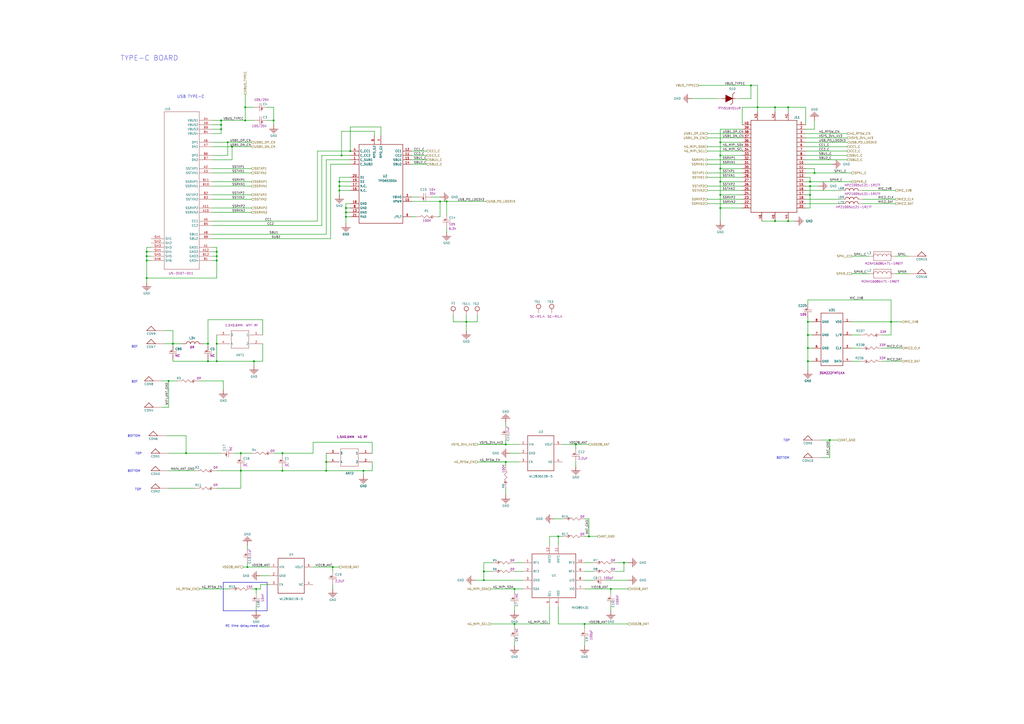
<source format=kicad_sch>
(kicad_sch (version 20250114) (generator "eeschema") (generator_version "9.0")
  (paper "A2")
  (title_block (title "Librem 5 USB-C Board") (date "2024-03-21") (rev "v1.0.6") (company "Purism SPC") (comment 1 "GNU GPLv3+") (comment 2 "Copyright"))
  (text "BOT" (at 76.2 222.25 0) (effects (font (size 1.27 1.27)) (justify left bottom)))
  (text "BOT" (at 76.2 201.93 0) (effects (font (size 1.27 1.27)) (justify left bottom)))
  (text "BOTTOM" (at 450.342 266.446 0) (effects (font (size 1.27 1.27)) (justify left bottom)))
  (text "TYPE-C BOARD" (at 69.85 35.56 0) (effects (font (size 2.921 2.921)) (justify left bottom)))
  (text "TOP" (at 454.406 256.286 0) (effects (font (size 1.27 1.27)) (justify left bottom)))
  (text "RC time delay,need adjust" (at 143.51 363.22 0) (effects (font (size 1.27 1.27))))
  (text "BOTTOM" (at 73.914 274.066 0) (effects (font (size 1.27 1.27)) (justify left bottom)))
  (text "BOTTOM" (at 73.914 253.746 0) (effects (font (size 1.27 1.27)) (justify left bottom)))
  (text "TOP" (at 78.232 284.734 0) (effects (font (size 1.27 1.27)) (justify left bottom)))
  (text "TOP" (at 78.486 263.906 0) (effects (font (size 1.27 1.27)) (justify left bottom)))
  (text "USB TYPE-C" (at 118.618 57.15 0) (effects (font (size 1.651 1.651)) (justify right bottom)))
  (junction (at 196.85 105.41))
  (junction (at 128.27 69.85))
  (junction (at 449.58 62.23))
  (junction (at 120.65 199.39))
  (junction (at 516.89 186.69))
  (junction (at 472.44 100.33))
  (junction (at 125.73 148.59))
  (junction (at 280.67 331.47))
  (junction (at 468.63 201.93))
  (junction (at 163.83 262.89))
  (junction (at 417.83 113.03))
  (junction (at 198.12 90.17))
  (junction (at 163.83 273.05))
  (junction (at 97.79 220.98))
  (junction (at 457.2 62.23))
  (junction (at 361.95 326.39))
  (junction (at 139.7 273.05))
  (junction (at 142.24 69.85))
  (junction (at 100.33 199.39))
  (junction (at 417.83 90.17))
  (junction (at 468.63 194.31))
  (junction (at 134.62 85.09))
  (junction (at 125.73 209.55))
  (junction (at 469.9 113.03))
  (junction (at 128.27 72.39))
  (junction (at 417.83 97.79))
  (junction (at 417.83 105.41))
  (junction (at 147.32 209.55))
  (junction (at 354.33 341.63))
  (junction (at 341.63 311.15))
  (junction (at 143.51 328.93))
  (junction (at 85.09 151.13))
  (junction (at 481.33 255.27))
  (junction (at 148.59 341.63))
  (junction (at 85.09 146.05))
  (junction (at 139.7 262.89))
  (junction (at 259.08 116.84))
  (junction (at 196.85 107.95))
  (junction (at 107.95 262.89))
  (junction (at 270.51 186.69))
  (junction (at 189.23 267.97))
  (junction (at 200.66 123.19))
  (junction (at 200.66 120.65))
  (junction (at 125.73 146.05))
  (junction (at 210.82 273.05))
  (junction (at 469.9 107.95))
  (junction (at 293.37 267.97))
  (junction (at 417.83 82.55))
  (junction (at 120.65 209.55))
  (junction (at 334.01 257.81))
  (junction (at 435.61 49.53))
  (junction (at 125.73 199.39))
  (junction (at 255.27 116.84))
  (junction (at 457.2 128.27))
  (junction (at 85.09 161.29))
  (junction (at 339.09 361.95))
  (junction (at 298.45 341.63))
  (junction (at 158.75 69.85))
  (junction (at 449.58 128.27))
  (junction (at 468.63 209.55))
  (junction (at 196.85 110.49))
  (junction (at 298.45 361.95))
  (junction (at 323.85 311.15))
  (junction (at 293.37 257.81))
  (junction (at 417.83 120.65))
  (junction (at 193.04 328.93))
  (junction (at 85.09 148.59))
  (junction (at 125.73 151.13))
  (junction (at 203.2 87.63))
  (junction (at 280.67 336.55))
  (junction (at 200.66 125.73))
  (junction (at 142.24 62.23))
  (junction (at 468.63 186.69))
  (junction (at 439.42 62.23))
  (junction (at 189.23 273.05))
  (junction (at 128.27 74.93))
  (junction (at 132.08 82.55))
  (junction (at 469.9 105.41))
  (wire (pts (xy 410.21 100.33) (xy 430.53 100.33)) (stroke (width 0.254)))
  (wire (pts (xy 220.98 78.74) (xy 220.98 73.66)) (stroke (width 0.254)))
  (wire (pts (xy 259.08 132.08) (xy 259.08 134.62)) (stroke (width 0.254)))
  (wire (pts (xy 293.37 255.27) (xy 293.37 257.81)) (stroke (width 0.254)))
  (wire (pts (xy 259.08 124.46) (xy 259.08 116.84)) (stroke (width 0.254)))
  (wire (pts (xy 410.21 102.87) (xy 430.53 102.87)) (stroke (width 0.254)))
  (wire (pts (xy 494.03 158.75) (xy 504.19 158.75)) (stroke (width 0.254)))
  (polyline (pts (xy 154.94 337.82) (xy 129.54 337.82)) (stroke (width 0.254) (type solid)))
  (wire (pts (xy 186.69 90.17) (xy 198.12 90.17)) (stroke (width 0.254)))
  (wire (pts (xy 200.66 125.73) (xy 200.66 129.54)) (stroke (width 0.254)))
  (wire (pts (xy 85.09 143.51) (xy 85.09 146.05)) (stroke (width 0.254)))
  (wire (pts (xy 356.87 326.39) (xy 361.95 326.39)) (stroke (width 0.254)))
  (wire (pts (xy 203.2 87.63) (xy 184.15 87.63)) (stroke (width 0.254)))
  (wire (pts (xy 139.7 273.05) (xy 139.7 271.78)) (stroke (width 0.254)))
  (wire (pts (xy 467.36 120.65) (xy 469.9 120.65)) (stroke (width 0.254)))
  (wire (pts (xy 200.66 125.73) (xy 203.2 125.73)) (stroke (width 0.254)))
  (wire (pts (xy 142.24 69.85) (xy 147.32 69.85)) (stroke (width 0.254)))
  (wire (pts (xy 146.05 100.33) (xy 123.19 100.33)) (stroke (width 0.254)))
  (wire (pts (xy 303.53 341.63) (xy 298.45 341.63)) (stroke (width 0.254)))
  (wire (pts (xy 467.36 105.41) (xy 469.9 105.41)) (stroke (width 0.254)))
  (wire (pts (xy 148.59 351.79) (xy 148.59 354.33)) (stroke (width 0.254)))
  (wire (pts (xy 156.21 328.93) (xy 143.51 328.93)) (stroke (width 0.254)))
  (wire (pts (xy 401.32 57.15) (xy 416.357 57.15)) (stroke (width 0.254)))
  (wire (pts (xy 259.08 116.84) (xy 281.94 116.84)) (stroke (width 0.254)))
  (wire (pts (xy 435.61 57.15) (xy 435.61 49.53)) (stroke (width 0.254)))
  (wire (pts (xy 298.45 344.17) (xy 298.45 341.63)) (stroke (width 0.254)))
  (wire (pts (xy 334.01 267.97) (xy 334.01 270.51)) (stroke (width 0.254)))
  (wire (pts (xy 128.27 69.85) (xy 128.27 72.39)) (stroke (width 0.254)))
  (wire (pts (xy 276.86 257.81) (xy 293.37 257.81)) (stroke (width 0.254)))
  (wire (pts (xy 128.27 74.93) (xy 128.27 72.39)) (stroke (width 0.254)))
  (wire (pts (xy 467.36 113.03) (xy 469.9 113.03)) (stroke (width 0.254)))
  (wire (pts (xy 96.52 252.73) (xy 107.95 252.73)) (stroke (width 0.254)))
  (wire (pts (xy 417.83 120.65) (xy 430.53 120.65)) (stroke (width 0.254)))
  (wire (pts (xy 123.19 90.17) (xy 132.08 90.17)) (stroke (width 0.254)))
  (wire (pts (xy 457.2 62.23) (xy 449.58 62.23)) (stroke (width 0.254)))
  (wire (pts (xy 97.79 220.98) (xy 97.79 236.22)) (stroke (width 0.254)))
  (wire (pts (xy 113.03 283.21) (xy 97.79 283.21)) (stroke (width 0.254)))
  (wire (pts (xy 481.33 255.27) (xy 476.25 255.27)) (stroke (width 0.254)))
  (wire (pts (xy 487.68 115.57) (xy 467.36 115.57)) (stroke (width 0.254)))
  (wire (pts (xy 469.9 120.65) (xy 469.9 113.03)) (stroke (width 0.254)))
  (wire (pts (xy 181.61 262.89) (xy 163.83 262.89)) (stroke (width 0.254)))
  (wire (pts (xy 146.05 107.95) (xy 123.19 107.95)) (stroke (width 0.254)))
  (wire (pts (xy 215.9 256.54) (xy 181.61 256.54)) (stroke (width 0.254)))
  (wire (pts (xy 417.83 90.17) (xy 417.83 97.79)) (stroke (width 0.254)))
  (wire (pts (xy 191.77 138.43) (xy 123.19 138.43)) (stroke (width 0.254)))
  (wire (pts (xy 341.63 311.15) (xy 339.09 311.15)) (stroke (width 0.254)))
  (wire (pts (xy 196.85 107.95) (xy 196.85 110.49)) (stroke (width 0.254)))
  (wire (pts (xy 298.45 351.79) (xy 298.45 354.33)) (stroke (width 0.254)))
  (wire (pts (xy 125.73 161.29) (xy 85.09 161.29)) (stroke (width 0.254)))
  (wire (pts (xy 189.23 273.05) (xy 163.83 273.05)) (stroke (width 0.254)))
  (wire (pts (xy 303.53 331.47) (xy 298.45 331.47)) (stroke (width 0.254)))
  (wire (pts (xy 410.21 92.71) (xy 430.53 92.71)) (stroke (width 0.254)))
  (wire (pts (xy 468.63 173.99) (xy 468.63 176.53)) (stroke (width 0.254)))
  (wire (pts (xy 472.44 97.79) (xy 467.36 97.79)) (stroke (width 0.254)))
  (wire (pts (xy 511.81 194.31) (xy 516.89 194.31)) (stroke (width 0.254)))
  (wire (pts (xy 334.01 260.35) (xy 334.01 257.81)) (stroke (width 0.254)))
  (wire (pts (xy 97.79 220.98) (xy 102.87 220.98)) (stroke (width 0.254)))
  (wire (pts (xy 146.05 262.89) (xy 139.7 262.89)) (stroke (width 0.254)))
  (wire (pts (xy 210.82 275.59) (xy 210.82 273.05)) (stroke (width 0.254)))
  (wire (pts (xy 405.13 49.53) (xy 435.61 49.53)) (stroke (width 0.254)))
  (wire (pts (xy 203.2 92.71) (xy 189.23 92.71)) (stroke (width 0.254)))
  (wire (pts (xy 511.81 201.93) (xy 523.24 201.93)) (stroke (width 0.254)))
  (wire (pts (xy 499.11 201.93) (xy 494.03 201.93)) (stroke (width 0.254)))
  (wire (pts (xy 262.89 186.69) (xy 270.51 186.69)) (stroke (width 0.254)))
  (wire (pts (xy 270.51 186.69) (xy 270.51 191.77)) (stroke (width 0.254)))
  (wire (pts (xy 196.85 105.41) (xy 196.85 107.95)) (stroke (width 0.254)))
  (wire (pts (xy 203.2 73.66) (xy 203.2 87.63)) (stroke (width 0.254)))
  (wire (pts (xy 191.77 95.25) (xy 191.77 138.43)) (stroke (width 0.254)))
  (wire (pts (xy 100.33 209.55) (xy 100.33 208.28)) (stroke (width 0.254)))
  (wire (pts (xy 471.17 186.69) (xy 468.63 186.69)) (stroke (width 0.254)))
  (wire (pts (xy 238.76 116.84) (xy 255.27 116.84)) (stroke (width 0.254)))
  (wire (pts (xy 298.45 326.39) (xy 303.53 326.39)) (stroke (width 0.254)))
  (wire (pts (xy 298.45 361.95) (xy 284.48 361.95)) (stroke (width 0.254)))
  (wire (pts (xy 123.19 148.59) (xy 125.73 148.59)) (stroke (width 0.254)))
  (wire (pts (xy 152.4 199.39) (xy 152.4 209.55)) (stroke (width 0.254)))
  (wire (pts (xy 280.67 326.39) (xy 280.67 331.47)) (stroke (width 0.254)))
  (wire (pts (xy 123.19 130.81) (xy 186.69 130.81)) (stroke (width 0.254)))
  (wire (pts (xy 250.19 114.3) (xy 255.27 114.3)) (stroke (width 0.254)))
  (wire (pts (xy 417.83 82.55) (xy 417.83 74.93)) (stroke (width 0.254)))
  (wire (pts (xy 93.98 236.22) (xy 97.79 236.22)) (stroke (width 0.254)))
  (wire (pts (xy 210.82 273.05) (xy 189.23 273.05)) (stroke (width 0.254)))
  (wire (pts (xy 87.63 148.59) (xy 85.09 148.59)) (stroke (width 0.254)))
  (wire (pts (xy 467.36 62.23) (xy 457.2 62.23)) (stroke (width 0.254)))
  (wire (pts (xy 196.85 102.87) (xy 196.85 105.41)) (stroke (width 0.254)))
  (wire (pts (xy 200.66 123.19) (xy 200.66 125.73)) (stroke (width 0.254)))
  (wire (pts (xy 143.51 318.77) (xy 143.51 316.23)) (stroke (width 0.254)))
  (wire (pts (xy 516.89 186.69) (xy 516.89 173.99)) (stroke (width 0.254)))
  (wire (pts (xy 125.73 194.31) (xy 125.73 199.39)) (stroke (width 0.254)))
  (wire (pts (xy 154.94 69.85) (xy 158.75 69.85)) (stroke (width 0.254)))
  (wire (pts (xy 146.05 115.57) (xy 123.19 115.57)) (stroke (width 0.254)))
  (wire (pts (xy 298.45 372.11) (xy 298.45 374.65)) (stroke (width 0.254)))
  (wire (pts (xy 120.65 185.42) (xy 152.4 185.42)) (stroke (width 0.254)))
  (wire (pts (xy 123.19 74.93) (xy 128.27 74.93)) (stroke (width 0.254)))
  (wire (pts (xy 293.37 257.81) (xy 300.99 257.81)) (stroke (width 0.254)))
  (wire (pts (xy 154.94 62.23) (xy 158.75 62.23)) (stroke (width 0.254)))
  (wire (pts (xy 254 125.73) (xy 255.27 125.73)) (stroke (width 0.254)))
  (wire (pts (xy 105.41 199.39) (xy 100.33 199.39)) (stroke (width 0.254)))
  (wire (pts (xy 410.21 95.25) (xy 430.53 95.25)) (stroke (width 0.254)))
  (wire (pts (xy 469.9 107.95) (xy 467.36 107.95)) (stroke (width 0.254)))
  (wire (pts (xy 467.36 74.93) (xy 472.44 74.93)) (stroke (width 0.254)))
  (wire (pts (xy 120.65 209.55) (xy 100.33 209.55)) (stroke (width 0.254)))
  (wire (pts (xy 339.09 341.63) (xy 354.33 341.63)) (stroke (width 0.254)))
  (wire (pts (xy 410.21 87.63) (xy 430.53 87.63)) (stroke (width 0.254)))
  (wire (pts (xy 196.85 110.49) (xy 203.2 110.49)) (stroke (width 0.254)))
  (wire (pts (xy 417.83 113.03) (xy 430.53 113.03)) (stroke (width 0.254)))
  (wire (pts (xy 129.54 220.98) (xy 129.54 226.06)) (stroke (width 0.254)))
  (wire (pts (xy 120.65 199.39) (xy 120.65 200.66)) (stroke (width 0.254)))
  (wire (pts (xy 467.36 72.39) (xy 467.36 62.23)) (stroke (width 0.254)))
  (wire (pts (xy 285.75 331.47) (xy 280.67 331.47)) (stroke (width 0.254)))
  (wire (pts (xy 471.17 201.93) (xy 468.63 201.93)) (stroke (width 0.254)))
  (wire (pts (xy 472.44 100.33) (xy 494.03 100.33)) (stroke (width 0.254)))
  (wire (pts (xy 85.09 163.83) (xy 85.09 161.29)) (stroke (width 0.254)))
  (wire (pts (xy 467.36 92.71) (xy 491.49 92.71)) (stroke (width 0.254)))
  (wire (pts (xy 95.25 191.77) (xy 100.33 191.77)) (stroke (width 0.254)))
  (wire (pts (xy 151.13 339.09) (xy 156.21 339.09)) (stroke (width 0.254)))
  (wire (pts (xy 132.08 90.17) (xy 132.08 82.55)) (stroke (width 0.254)))
  (wire (pts (xy 139.7 283.21) (xy 139.7 273.05)) (stroke (width 0.254)))
  (wire (pts (xy 293.37 270.51) (xy 293.37 267.97)) (stroke (width 0.254)))
  (wire (pts (xy 139.7 262.89) (xy 135.89 262.89)) (stroke (width 0.254)))
  (wire (pts (xy 85.09 161.29) (xy 85.09 151.13)) (stroke (width 0.254)))
  (wire (pts (xy 123.19 69.85) (xy 128.27 69.85)) (stroke (width 0.254)))
  (wire (pts (xy 410.21 118.11) (xy 430.53 118.11)) (stroke (width 0.254)))
  (wire (pts (xy 481.33 255.27) (xy 486.41 255.27)) (stroke (width 0.254)))
  (wire (pts (xy 123.19 143.51) (xy 125.73 143.51)) (stroke (width 0.254)))
  (wire (pts (xy 344.17 326.39) (xy 339.09 326.39)) (stroke (width 0.254)))
  (wire (pts (xy 467.36 85.09) (xy 491.49 85.09)) (stroke (width 0.254)))
  (wire (pts (xy 439.42 49.53) (xy 435.61 49.53)) (stroke (width 0.254)))
  (wire (pts (xy 300.99 262.89) (xy 295.91 262.89)) (stroke (width 0.254)))
  (wire (pts (xy 143.51 326.39) (xy 143.51 328.93)) (stroke (width 0.254)))
  (wire (pts (xy 158.75 69.85) (xy 158.75 72.39)) (stroke (width 0.254)))
  (wire (pts (xy 93.98 220.98) (xy 97.79 220.98)) (stroke (width 0.254)))
  (wire (pts (xy 146.05 341.63) (xy 148.59 341.63)) (stroke (width 0.254)))
  (wire (pts (xy 189.23 135.89) (xy 123.19 135.89)) (stroke (width 0.254)))
  (wire (pts (xy 346.71 311.15) (xy 341.63 311.15)) (stroke (width 0.254)))
  (wire (pts (xy 107.95 262.89) (xy 128.27 262.89)) (stroke (width 0.254)))
  (wire (pts (xy 467.36 90.17) (xy 491.49 90.17)) (stroke (width 0.254)))
  (wire (pts (xy 163.83 271.78) (xy 163.83 273.05)) (stroke (width 0.254)))
  (wire (pts (xy 439.42 64.77) (xy 439.42 62.23)) (stroke (width 0.254)))
  (wire (pts (xy 148.59 341.63) (xy 151.13 341.63)) (stroke (width 0.254)))
  (wire (pts (xy 293.37 283.21) (xy 293.37 287.02)) (stroke (width 0.254)))
  (wire (pts (xy 341.63 300.99) (xy 341.63 311.15)) (stroke (width 0.254)))
  (wire (pts (xy 285.75 326.39) (xy 280.67 326.39)) (stroke (width 0.254)))
  (wire (pts (xy 215.9 262.89) (xy 215.9 256.54)) (stroke (width 0.254)))
  (wire (pts (xy 125.73 209.55) (xy 147.32 209.55)) (stroke (width 0.254)))
  (wire (pts (xy 298.45 364.49) (xy 298.45 361.95)) (stroke (width 0.254)))
  (wire (pts (xy 457.2 128.27) (xy 461.01 128.27)) (stroke (width 0.254)))
  (wire (pts (xy 193.04 339.09) (xy 193.04 341.63)) (stroke (width 0.254)))
  (wire (pts (xy 439.42 62.23) (xy 439.42 49.53)) (stroke (width 0.254)))
  (wire (pts (xy 125.73 146.05) (xy 125.73 148.59)) (stroke (width 0.254)))
  (wire (pts (xy 184.15 87.63) (xy 184.15 128.27)) (stroke (width 0.254)))
  (wire (pts (xy 500.38 110.49) (xy 519.43 110.49)) (stroke (width 0.254)))
  (wire (pts (xy 511.81 209.55) (xy 523.24 209.55)) (stroke (width 0.254)))
  (wire (pts (xy 410.21 77.47) (xy 430.53 77.47)) (stroke (width 0.254)))
  (wire (pts (xy 491.49 77.47) (xy 467.36 77.47)) (stroke (width 0.254)))
  (wire (pts (xy 323.85 361.95) (xy 339.09 361.95)) (stroke (width 0.254)))
  (wire (pts (xy 133.35 341.63) (xy 115.57 341.63)) (stroke (width 0.254)))
  (wire (pts (xy 87.63 146.05) (xy 85.09 146.05)) (stroke (width 0.254)))
  (wire (pts (xy 156.21 334.01) (xy 151.13 334.01)) (stroke (width 0.254)))
  (wire (pts (xy 339.09 372.11) (xy 339.09 374.65)) (stroke (width 0.254)))
  (wire (pts (xy 120.65 209.55) (xy 120.65 208.28)) (stroke (width 0.254)))
  (wire (pts (xy 193.04 328.93) (xy 196.85 328.93)) (stroke (width 0.254)))
  (wire (pts (xy 469.9 113.03) (xy 469.9 107.95)) (stroke (width 0.254)))
  (wire (pts (xy 123.19 146.05) (xy 125.73 146.05)) (stroke (width 0.254)))
  (wire (pts (xy 469.9 102.87) (xy 469.9 105.41)) (stroke (width 0.254)))
  (wire (pts (xy 439.42 62.23) (xy 449.58 62.23)) (stroke (width 0.254)))
  (wire (pts (xy 293.37 247.65) (xy 293.37 245.11)) (stroke (width 0.254)))
  (wire (pts (xy 189.23 267.97) (xy 189.23 273.05)) (stroke (width 0.254)))
  (wire (pts (xy 500.38 118.11) (xy 519.43 118.11)) (stroke (width 0.254)))
  (wire (pts (xy 361.95 331.47) (xy 361.95 326.39)) (stroke (width 0.254)))
  (wire (pts (xy 146.05 123.19) (xy 123.19 123.19)) (stroke (width 0.254)))
  (wire (pts (xy 280.67 331.47) (xy 280.67 336.55)) (stroke (width 0.254)))
  (wire (pts (xy 487.68 118.11) (xy 467.36 118.11)) (stroke (width 0.254)))
  (wire (pts (xy 125.73 148.59) (xy 125.73 151.13)) (stroke (width 0.254)))
  (wire (pts (xy 200.66 120.65) (xy 203.2 120.65)) (stroke (width 0.254)))
  (wire (pts (xy 95.25 199.39) (xy 100.33 199.39)) (stroke (width 0.254)))
  (wire (pts (xy 152.4 185.42) (xy 152.4 194.31)) (stroke (width 0.254)))
  (wire (pts (xy 417.83 105.41) (xy 430.53 105.41)) (stroke (width 0.254)))
  (wire (pts (xy 326.39 300.99) (xy 321.31 300.99)) (stroke (width 0.254)))
  (wire (pts (xy 152.4 209.55) (xy 147.32 209.55)) (stroke (width 0.254)))
  (wire (pts (xy 203.2 107.95) (xy 196.85 107.95)) (stroke (width 0.254)))
  (wire (pts (xy 123.19 92.71) (xy 134.62 92.71)) (stroke (width 0.254)))
  (wire (pts (xy 123.19 82.55) (xy 132.08 82.55)) (stroke (width 0.254)))
  (wire (pts (xy 134.62 92.71) (xy 134.62 85.09)) (stroke (width 0.254)))
  (wire (pts (xy 203.2 118.11) (xy 200.66 118.11)) (stroke (width 0.254)))
  (wire (pts (xy 203.2 102.87) (xy 196.85 102.87)) (stroke (width 0.254)))
  (wire (pts (xy 410.21 110.49) (xy 430.53 110.49)) (stroke (width 0.254)))
  (wire (pts (xy 516.89 194.31) (xy 516.89 186.69)) (stroke (width 0.254)))
  (wire (pts (xy 417.83 97.79) (xy 417.83 105.41)) (stroke (width 0.254)))
  (wire (pts (xy 125.73 273.05) (xy 139.7 273.05)) (stroke (width 0.254)))
  (wire (pts (xy 146.05 85.09) (xy 134.62 85.09)) (stroke (width 0.254)))
  (wire (pts (xy 516.89 186.69) (xy 523.24 186.69)) (stroke (width 0.254)))
  (wire (pts (xy 467.36 100.33) (xy 472.44 100.33)) (stroke (width 0.254)))
  (wire (pts (xy 238.76 114.3) (xy 242.57 114.3)) (stroke (width 0.254)))
  (polyline (pts (xy 129.54 337.82) (xy 129.54 354.33)) (stroke (width 0.254) (type solid)))
  (wire (pts (xy 417.83 90.17) (xy 417.83 82.55)) (stroke (width 0.254)))
  (polyline (pts (xy 129.54 354.33) (xy 154.94 354.33)) (stroke (width 0.254) (type solid)))
  (wire (pts (xy 125.73 151.13) (xy 125.73 161.29)) (stroke (width 0.254)))
  (wire (pts (xy 203.2 123.19) (xy 200.66 123.19)) (stroke (width 0.254)))
  (wire (pts (xy 467.36 102.87) (xy 469.9 102.87)) (stroke (width 0.254)))
  (wire (pts (xy 417.83 105.41) (xy 417.83 113.03)) (stroke (width 0.254)))
  (wire (pts (xy 125.73 283.21) (xy 139.7 283.21)) (stroke (width 0.254)))
  (wire (pts (xy 430.53 72.39) (xy 430.53 62.23)) (stroke (width 0.254)))
  (wire (pts (xy 217.17 76.2) (xy 217.17 78.74)) (stroke (width 0.254)))
  (wire (pts (xy 334.01 257.81) (xy 341.63 257.81)) (stroke (width 0.254)))
  (wire (pts (xy 189.23 92.71) (xy 189.23 135.89)) (stroke (width 0.254)))
  (wire (pts (xy 494.03 186.69) (xy 516.89 186.69)) (stroke (width 0.254)))
  (wire (pts (xy 151.13 341.63) (xy 151.13 339.09)) (stroke (width 0.254)))
  (wire (pts (xy 323.85 351.79) (xy 323.85 361.95)) (stroke (width 0.254)))
  (wire (pts (xy 471.17 194.31) (xy 468.63 194.31)) (stroke (width 0.254)))
  (wire (pts (xy 189.23 267.97) (xy 189.23 262.89)) (stroke (width 0.254)))
  (wire (pts (xy 410.21 115.57) (xy 430.53 115.57)) (stroke (width 0.254)))
  (wire (pts (xy 128.27 77.47) (xy 128.27 74.93)) (stroke (width 0.254)))
  (wire (pts (xy 238.76 87.63) (xy 247.65 87.63)) (stroke (width 0.254)))
  (wire (pts (xy 276.86 267.97) (xy 293.37 267.97)) (stroke (width 0.254)))
  (wire (pts (xy 457.2 62.23) (xy 457.2 64.77)) (stroke (width 0.254)))
  (wire (pts (xy 293.37 267.97) (xy 300.99 267.97)) (stroke (width 0.254)))
  (wire (pts (xy 198.12 76.2) (xy 217.17 76.2)) (stroke (width 0.254)))
  (wire (pts (xy 410.21 107.95) (xy 430.53 107.95)) (stroke (width 0.254)))
  (wire (pts (xy 87.63 143.51) (xy 85.09 143.51)) (stroke (width 0.254)))
  (wire (pts (xy 469.9 107.95) (xy 474.98 107.95)) (stroke (width 0.254)))
  (wire (pts (xy 181.61 328.93) (xy 193.04 328.93)) (stroke (width 0.254)))
  (wire (pts (xy 139.7 264.16) (xy 139.7 262.89)) (stroke (width 0.254)))
  (wire (pts (xy 146.05 113.03) (xy 123.19 113.03)) (stroke (width 0.254)))
  (wire (pts (xy 339.09 361.95) (xy 364.49 361.95)) (stroke (width 0.254)))
  (wire (pts (xy 468.63 186.69) (xy 468.63 194.31)) (stroke (width 0.254)))
  (polyline (pts (xy 154.94 354.33) (xy 154.94 337.82)) (stroke (width 0.254) (type solid)))
  (wire (pts (xy 198.12 90.17) (xy 198.12 76.2)) (stroke (width 0.254)))
  (wire (pts (xy 472.44 74.93) (xy 472.44 69.85)) (stroke (width 0.254)))
  (wire (pts (xy 125.73 199.39) (xy 125.73 209.55)) (stroke (width 0.254)))
  (wire (pts (xy 318.77 311.15) (xy 318.77 316.23)) (stroke (width 0.254)))
  (wire (pts (xy 323.85 316.23) (xy 323.85 311.15)) (stroke (width 0.254)))
  (wire (pts (xy 255.27 116.84) (xy 259.08 116.84)) (stroke (width 0.254)))
  (wire (pts (xy 100.33 200.66) (xy 100.33 199.39)) (stroke (width 0.254)))
  (wire (pts (xy 468.63 184.15) (xy 468.63 186.69)) (stroke (width 0.254)))
  (wire (pts (xy 417.83 74.93) (xy 430.53 74.93)) (stroke (width 0.254)))
  (wire (pts (xy 118.11 199.39) (xy 120.65 199.39)) (stroke (width 0.254)))
  (wire (pts (xy 203.2 105.41) (xy 196.85 105.41)) (stroke (width 0.254)))
  (wire (pts (xy 323.85 311.15) (xy 318.77 311.15)) (stroke (width 0.254)))
  (wire (pts (xy 471.17 209.55) (xy 468.63 209.55)) (stroke (width 0.254)))
  (wire (pts (xy 344.17 331.47) (xy 339.09 331.47)) (stroke (width 0.254)))
  (wire (pts (xy 123.19 77.47) (xy 128.27 77.47)) (stroke (width 0.254)))
  (wire (pts (xy 467.36 95.25) (xy 482.6 95.25)) (stroke (width 0.254)))
  (wire (pts (xy 158.75 62.23) (xy 158.75 69.85)) (stroke (width 0.254)))
  (wire (pts (xy 417.83 97.79) (xy 430.53 97.79)) (stroke (width 0.254)))
  (wire (pts (xy 148.59 344.17) (xy 148.59 341.63)) (stroke (width 0.254)))
  (wire (pts (xy 326.39 311.15) (xy 323.85 311.15)) (stroke (width 0.254)))
  (wire (pts (xy 519.43 158.75) (xy 527.05 158.75)) (stroke (width 0.254)))
  (wire (pts (xy 262.89 182.88) (xy 262.89 186.69)) (stroke (width 0.254)))
  (wire (pts (xy 417.83 82.55) (xy 430.53 82.55)) (stroke (width 0.254)))
  (wire (pts (xy 410.21 85.09) (xy 430.53 85.09)) (stroke (width 0.254)))
  (wire (pts (xy 449.58 128.27) (xy 457.2 128.27)) (stroke (width 0.254)))
  (wire (pts (xy 280.67 336.55) (xy 275.59 336.55)) (stroke (width 0.254)))
  (wire (pts (xy 361.95 326.39) (xy 364.49 326.39)) (stroke (width 0.254)))
  (wire (pts (xy 115.57 220.98) (xy 129.54 220.98)) (stroke (width 0.254)))
  (wire (pts (xy 107.95 252.73) (xy 107.95 262.89)) (stroke (width 0.254)))
  (wire (pts (xy 158.75 262.89) (xy 163.83 262.89)) (stroke (width 0.254)))
  (wire (pts (xy 467.36 87.63) (xy 491.49 87.63)) (stroke (width 0.254)))
  (wire (pts (xy 491.49 82.55) (xy 467.36 82.55)) (stroke (width 0.254)))
  (wire (pts (xy 354.33 344.17) (xy 354.33 341.63)) (stroke (width 0.254)))
  (wire (pts (xy 278.13 257.81) (xy 293.37 257.81)))
  (wire (pts (xy 215.9 267.97) (xy 215.9 273.05)) (stroke (width 0.254)))
  (wire (pts (xy 203.2 95.25) (xy 191.77 95.25)) (stroke (width 0.254)))
  (wire (pts (xy 284.48 341.63) (xy 298.45 341.63)) (stroke (width 0.254)))
  (wire (pts (xy 125.73 151.13) (xy 123.19 151.13)) (stroke (width 0.254)))
  (wire (pts (xy 128.27 69.85) (xy 142.24 69.85)) (stroke (width 0.254)))
  (wire (pts (xy 410.21 80.01) (xy 430.53 80.01)) (stroke (width 0.254)))
  (wire (pts (xy 238.76 92.71) (xy 247.65 92.71)) (stroke (width 0.254)))
  (wire (pts (xy 142.24 69.85) (xy 142.24 62.23)) (stroke (width 0.254)))
  (wire (pts (xy 113.03 273.05) (xy 97.79 273.05)) (stroke (width 0.254)))
  (wire (pts (xy 354.33 341.63) (xy 364.49 341.63)) (stroke (width 0.254)))
  (wire (pts (xy 341.63 300.99) (xy 339.09 300.99)) (stroke (width 0.254)))
  (wire (pts (xy 107.95 262.89) (xy 97.79 262.89)) (stroke (width 0.254)))
  (wire (pts (xy 472.44 100.33) (xy 472.44 97.79)) (stroke (width 0.254)))
  (wire (pts (xy 85.09 148.59) (xy 85.09 151.13)) (stroke (width 0.254)))
  (wire (pts (xy 417.83 120.65) (xy 417.83 128.27)) (stroke (width 0.254)))
  (wire (pts (xy 163.83 262.89) (xy 163.83 264.16)) (stroke (width 0.254)))
  (wire (pts (xy 146.05 120.65) (xy 123.19 120.65)) (stroke (width 0.254)))
  (wire (pts (xy 468.63 194.31) (xy 468.63 201.93)) (stroke (width 0.254)))
  (wire (pts (xy 100.33 191.77) (xy 100.33 199.39)) (stroke (width 0.254)))
  (wire (pts (xy 481.33 265.43) (xy 481.33 255.27)) (stroke (width 0.254)))
  (wire (pts (xy 200.66 123.19) (xy 200.66 120.65)) (stroke (width 0.254)))
  (wire (pts (xy 123.19 72.39) (xy 128.27 72.39)) (stroke (width 0.254)))
  (wire (pts (xy 196.85 110.49) (xy 196.85 113.03)) (stroke (width 0.254)))
  (wire (pts (xy 487.68 110.49) (xy 467.36 110.49)) (stroke (width 0.254)))
  (wire (pts (xy 276.86 182.88) (xy 276.86 186.69)) (stroke (width 0.254)))
  (wire (pts (xy 494.03 148.59) (xy 504.19 148.59)) (stroke (width 0.254)))
  (wire (pts (xy 430.53 62.23) (xy 439.42 62.23)) (stroke (width 0.254)))
  (wire (pts (xy 146.05 82.55) (xy 132.08 82.55)) (stroke (width 0.254)))
  (wire (pts (xy 441.96 128.27) (xy 449.58 128.27)) (stroke (width 0.254)))
  (wire (pts (xy 417.83 90.17) (xy 430.53 90.17)) (stroke (width 0.254)))
  (wire (pts (xy 499.11 209.55) (xy 494.03 209.55)) (stroke (width 0.254)))
  (wire (pts (xy 429.057 57.15) (xy 435.61 57.15)) (stroke (width 0.254)))
  (wire (pts (xy 449.58 62.23) (xy 449.58 64.77)) (stroke (width 0.254)))
  (wire (pts (xy 318.77 351.79) (xy 318.77 361.95)) (stroke (width 0.254)))
  (wire (pts (xy 519.43 148.59) (xy 527.05 148.59)) (stroke (width 0.254)))
  (wire (pts (xy 354.33 351.79) (xy 354.33 354.33)) (stroke (width 0.254)))
  (wire (pts (xy 147.32 209.55) (xy 147.32 212.09)) (stroke (width 0.254)))
  (wire (pts (xy 142.24 62.23) (xy 142.24 54.61)) (stroke (width 0.254)))
  (wire (pts (xy 146.05 97.79) (xy 123.19 97.79)) (stroke (width 0.254)))
  (wire (pts (xy 303.53 336.55) (xy 280.67 336.55)) (stroke (width 0.254)))
  (wire (pts (xy 181.61 256.54) (xy 181.61 262.89)) (stroke (width 0.254)))
  (wire (pts (xy 491.49 80.01) (xy 467.36 80.01)) (stroke (width 0.254)))
  (wire (pts (xy 220.98 73.66) (xy 203.2 73.66)) (stroke (width 0.254)))
  (wire (pts (xy 326.39 257.81) (xy 334.01 257.81)) (stroke (width 0.254)))
  (wire (pts (xy 494.03 194.31) (xy 499.11 194.31)) (stroke (width 0.254)))
  (wire (pts (xy 200.66 118.11) (xy 200.66 120.65)) (stroke (width 0.254)))
  (wire (pts (xy 339.09 364.49) (xy 339.09 361.95)) (stroke (width 0.254)))
  (wire (pts (xy 193.04 331.47) (xy 193.04 328.93)) (stroke (width 0.254)))
  (wire (pts (xy 278.13 267.97) (xy 293.37 267.97)))
  (wire (pts (xy 85.09 146.05) (xy 85.09 148.59)) (stroke (width 0.254)))
  (wire (pts (xy 146.05 105.41) (xy 123.19 105.41)) (stroke (width 0.254)))
  (wire (pts (xy 469.9 105.41) (xy 494.03 105.41)) (stroke (width 0.254)))
  (wire (pts (xy 120.65 199.39) (xy 120.65 185.42)) (stroke (width 0.254)))
  (wire (pts (xy 120.65 209.55) (xy 125.73 209.55)) (stroke (width 0.254)))
  (wire (pts (xy 500.38 115.57) (xy 519.43 115.57)) (stroke (width 0.254)))
  (wire (pts (xy 238.76 90.17) (xy 247.65 90.17)) (stroke (width 0.254)))
  (wire (pts (xy 468.63 201.93) (xy 468.63 209.55)) (stroke (width 0.254)))
  (wire (pts (xy 270.51 182.88) (xy 270.51 186.69)) (stroke (width 0.254)))
  (wire (pts (xy 163.83 273.05) (xy 139.7 273.05)) (stroke (width 0.254)))
  (wire (pts (xy 241.3 125.73) (xy 238.76 125.73)) (stroke (width 0.254)))
  (wire (pts (xy 184.15 128.27) (xy 123.19 128.27)) (stroke (width 0.254)))
  (wire (pts (xy 238.76 95.25) (xy 247.65 95.25)) (stroke (width 0.254)))
  (wire (pts (xy 351.79 336.55) (xy 364.49 336.55)) (stroke (width 0.254)))
  (wire (pts (xy 123.19 85.09) (xy 134.62 85.09)) (stroke (width 0.254)))
  (wire (pts (xy 143.51 328.93) (xy 140.97 328.93)) (stroke (width 0.254)))
  (wire (pts (xy 125.73 143.51) (xy 125.73 146.05)) (stroke (width 0.254)))
  (wire (pts (xy 344.17 336.55) (xy 339.09 336.55)) (stroke (width 0.254)))
  (wire (pts (xy 203.2 90.17) (xy 198.12 90.17)) (stroke (width 0.254)))
  (wire (pts (xy 417.83 113.03) (xy 417.83 120.65)) (stroke (width 0.254)))
  (wire (pts (xy 468.63 209.55) (xy 468.63 214.63)) (stroke (width 0.254)))
  (wire (pts (xy 298.45 361.95) (xy 318.77 361.95)) (stroke (width 0.254)))
  (wire (pts (xy 516.89 173.99) (xy 468.63 173.99)) (stroke (width 0.254)))
  (wire (pts (xy 147.32 62.23) (xy 142.24 62.23)) (stroke (width 0.254)))
  (wire (pts (xy 276.86 186.69) (xy 270.51 186.69)) (stroke (width 0.254)))
  (wire (pts (xy 356.87 331.47) (xy 361.95 331.47)) (stroke (width 0.254)))
  (wire (pts (xy 255.27 125.73) (xy 255.27 116.84)) (stroke (width 0.254)))
  (wire (pts (xy 87.63 151.13) (xy 85.09 151.13)) (stroke (width 0.254)))
  (wire (pts (xy 186.69 130.81) (xy 186.69 90.17)) (stroke (width 0.254)))
  (wire (pts (xy 215.9 273.05) (xy 210.82 273.05)) (stroke (width 0.254)))
  (wire (pts (xy 476.25 265.43) (xy 481.33 265.43)) (stroke (width 0.254)))
  (label "USB_PD_LDO3V3" (at 265.43 116.84 0))
  (label "WIFI_ANT_GND" (at 97.79 234.95 90))
  (label "SSRXN1" (at 134.62 107.95 0))
  (label "CC2" (at 154.94 130.81 0))
  (label "MIC_1V8" (at 492.76 173.99 0))
  (label "4G_MIPI_SDA" (at 285.75 341.63 0))
  (label "MIC2_CLK" (at 509.27 115.57 0))
  (label "MIC2_DAT" (at 509.27 118.11 0))
  (label "VBUS_TYPEC" (at 420.37 49.53 0))
  (label "SPKR_C" (at 481.33 105.41 0))
  (label "SSTXN2" (at 134.62 115.57 0))
  (label "SBU2_C" (at 240.03 95.25 0))
  (label "4G_MIPI_SDA" (at 419.1 85.09 0))
  (label "USB1_DP_CN" (at 133.35 82.55 0))
  (label "SSTXN2" (at 419.1 110.49 0))
  (label "MIC2_DAT" (at 514.35 209.55 0))
  (label "SSRXP1" (at 419.1 92.71 0))
  (label "MAIN_ANT_GND" (at 99.06 273.05 0))
  (label "SSRXP2" (at 419.1 115.57 0))
  (label "USB_PD_LDO3V3" (at 474.98 82.55 0))
  (label "4G_RFSW_EN" (at 116.84 341.63 0))
  (label "SSTXP2" (at 134.62 113.03 0))
  (label "CC1_C" (at 474.98 85.09 0))
  (label "SBU1_C" (at 240.03 92.71 0))
  (label "VIO18_ANT" (at 342.9 341.63 0))
  (label "USB1_DN_CN" (at 419.1 80.01 0))
  (label "CC2_C" (at 474.98 87.63 0))
  (label "SBU1_C" (at 474.98 90.17 0))
  (label "SSRXN2" (at 134.62 123.19 0))
  (label "SPKL_C" (at 495.3 148.59 0))
  (label "ANT_GND" (at 341.63 309.88 90))
  (label "CC1_C" (at 240.03 87.63 0))
  (label "SSRXN2" (at 419.1 118.11 0))
  (label "CC2_C" (at 240.03 90.17 0))
  (label "VSYS_3V4_4V3" (at 278.13 257.81 0))
  (label "SBU2_C" (at 474.98 92.71 0))
  (label "VDD28_ANT" (at 341.63 361.95 0))
  (label "SSTXP2" (at 419.1 107.95 0))
  (label "4G_MIPI_SCL" (at 306.07 361.95 0))
  (label "USB1_DN_CN" (at 133.35 85.09 0))
  (label "SSRXP2" (at 134.62 120.65 0))
  (label "SPKR" (at 520.7 158.75 0))
  (label "SSTXN1" (at 419.1 102.87 0))
  (label "ANT_GND" (at 481.33 264.16 90))
  (label "USB1_DP_CN" (at 419.1 77.47 0))
  (label "MIC2_CLK" (at 514.35 201.93 0))
  (label "SBU1" (at 156.21 135.89 0))
  (label "VSYS_3V4_4V3" (at 474.98 80.01 0))
  (label "VIO18_ANT" (at 182.88 328.93 0))
  (label "VDD28_ANT" (at 330.2 257.81 0))
  (label "SSTXN1" (at 134.62 100.33 0))
  (label "4G_MIPI_SCL" (at 419.1 87.63 0))
  (label "MIC_1V8" (at 509.27 110.49 0))
  (label "SUB2" (at 157.48 138.43 0))
  (label "SSTXP1" (at 419.1 100.33 0))
  (label "VDD28_ANT" (at 146.05 328.93 0))
  (label "SSRXP1" (at 134.62 105.41 0))
  (label "CC1" (at 153.67 128.27 0))
  (label "SSRXN1" (at 419.1 95.25 0))
  (label "VBUS_TYPEC" (at 129.54 69.85 0))
  (label "4G_RFSW_EN" (at 278.13 267.97 0))
  (label "4G_RFSW_EN" (at 474.98 77.47 0))
  (label "SSTXP1" (at 134.62 97.79 0))
  (label "SPKL" (at 520.7 148.59 0))
  (label "SPKL_C" (at 483.87 100.33 0))
  (label "SPKR_C" (at 495.3 158.75 0))
  (hierarchical_label "VBUS_TYPEC" (shape passive) (at 405.13 49.53 180))
  (hierarchical_label "SSTXN2" (shape passive) (at 410.21 110.49 180))
  (hierarchical_label "SPKL_C" (shape passive) (at 494.03 148.59 180))
  (hierarchical_label "VSYS_3V4_4V3" (shape passive) (at 276.86 257.81 180))
  (hierarchical_label "USB1_DN_CN" (shape passive) (at 410.21 80.01 180))
  (hierarchical_label "SSTXN1" (shape output) (at 410.21 102.87 180))
  (hierarchical_label "VDD28_ANT" (shape passive) (at 140.97 328.93 180))
  (hierarchical_label "USB1_DP_CN" (shape passive) (at 146.05 82.55 0))
  (hierarchical_label "SSRXN1" (shape output) (at 410.21 95.25 180))
  (hierarchical_label "MIC2_CLK" (shape input) (at 523.24 201.93 0))
  (hierarchical_label "USB1_DP_CN" (shape passive) (at 410.21 77.47 180))
  (hierarchical_label "MIC2_CLK" (shape passive) (at 519.43 115.57 0))
  (hierarchical_label "CC2_C" (shape passive) (at 491.49 87.63 0))
  (hierarchical_label "SSRXN1" (shape passive) (at 146.05 107.95 0))
  (hierarchical_label "SSTXN1" (shape passive) (at 146.05 100.33 0))
  (hierarchical_label "MIC_1V8" (shape passive) (at 519.43 110.49 0))
  (hierarchical_label "USB_PD_LDO3V3" (shape input) (at 281.94 116.84 0))
  (hierarchical_label "4G_MIPI_SDA" (shape passive) (at 410.21 85.09 180))
  (hierarchical_label "4G_RFSW_EN" (shape passive) (at 115.57 341.63 180))
  (hierarchical_label "4G_RFSW_EN" (shape passive) (at 491.49 77.47 0))
  (hierarchical_label "SSRXP1" (shape passive) (at 146.05 105.41 0))
  (hierarchical_label "MIC_1V8" (shape input) (at 523.24 186.69 0))
  (hierarchical_label "VSYS_3V4_4V3" (shape passive) (at 491.49 80.01 0))
  (hierarchical_label "VIO18_ANT" (shape passive) (at 196.85 328.93 0))
  (hierarchical_label "SPKR_C" (shape passive) (at 494.03 158.75 180))
  (hierarchical_label "CC1_C" (shape passive) (at 491.49 85.09 0))
  (hierarchical_label "USB_PD_LDO3V3" (shape input) (at 491.49 82.55 0))
  (hierarchical_label "4G_RFSW_EN" (shape passive) (at 276.86 267.97 180))
  (hierarchical_label "MIC2_DAT" (shape passive) (at 519.43 118.11 0))
  (hierarchical_label "SSRXP2" (shape passive) (at 146.05 120.65 0))
  (hierarchical_label "SSRXN2" (shape passive) (at 410.21 118.11 180))
  (hierarchical_label "VIO18_ANT" (shape passive) (at 364.49 341.63 0))
  (hierarchical_label "SSTXP1" (shape output) (at 410.21 100.33 180))
  (hierarchical_label "ANT_GND" (shape passive) (at 486.41 255.27 0))
  (hierarchical_label "SSTXP2" (shape passive) (at 410.21 107.95 180))
  (hierarchical_label "SBU1_C" (shape passive) (at 247.65 92.71 0))
  (hierarchical_label "USB1_DN_CN" (shape passive) (at 146.05 85.09 0))
  (hierarchical_label "SBU1_C" (shape passive) (at 491.49 90.17 0))
  (hierarchical_label "4G_MIPI_SCL" (shape passive) (at 410.21 87.63 180))
  (hierarchical_label "CC2_C" (shape passive) (at 247.65 90.17 0))
  (hierarchical_label "VDD28_ANT" (shape passive) (at 341.63 257.81 0))
  (hierarchical_label "SSTXP2" (shape passive) (at 146.05 113.03 0))
  (hierarchical_label "SSTXP1" (shape passive) (at 146.05 97.79 0))
  (hierarchical_label "SSRXP1" (shape output) (at 410.21 92.71 180))
  (hierarchical_label "4G_MIPI_SCL" (shape passive) (at 284.48 361.95 180))
  (hierarchical_label "VBUS_TYPEC" (shape passive) (at 142.24 54.61 90))
  (hierarchical_label "CC1_C" (shape passive) (at 247.65 87.63 0))
  (hierarchical_label "SPKL_C" (shape passive) (at 494.03 100.33 0))
  (hierarchical_label "SPKR_C" (shape passive) (at 494.03 105.41 0))
  (hierarchical_label "SBU2_C" (shape passive) (at 247.65 95.25 0))
  (hierarchical_label "MIC2_DAT" (shape input) (at 523.24 209.55 0))
  (hierarchical_label "SSTXN2" (shape passive) (at 146.05 115.57 0))
  (hierarchical_label "SBU2_C" (shape passive) (at 491.49 92.71 0))
  (hierarchical_label "4G_MIPI_SDA" (shape passive) (at 284.48 341.63 180))
  (hierarchical_label "ANT_GND" (shape passive) (at 346.71 311.15 0))
  (hierarchical_label "VDD28_ANT" (shape passive) (at 364.49 361.95 0))
  (hierarchical_label "SSRXP2" (shape passive) (at 410.21 115.57 180))
  (hierarchical_label "SSRXN2" (shape passive) (at 146.05 123.19 0))
  (symbol (lib_id "Librem5_USB_V106_20210611:GND") (at 193.04 341.63 0) (unit 1)
    (property "Reference" "#PWR0103" (effects (hide yes)))
    (property "Value" "GND" (at 193.04 347.98 0))
  )
  (symbol (lib_id "Librem5_USB_V106_20210611:root_2_mirrored_R_0201") (at 290.83 273.05 0) (unit 1)
    (property "Reference" "R9" (at 292.1 281.94 90))
    (property "Value" "R_0201" (effects (hide yes)))
    (property "Footprint" "RES-0201" (effects (hide yes)))
    (property "VALUE" "100K" (at 292.1 271.78 90))
    (property "PCB DECAL" "RES-0201" (effects (hide yes)))
  )
  (symbol (lib_id "Librem5_USB_V106_20210611:GND") (at 474.98 107.95 90) (unit 1)
    (property "Reference" "#PWR0126" (effects (hide yes)))
    (property "Value" "GND" (at 481.33 107.95 90) (effects (justify right)))
  )
  (symbol (lib_id "Librem5_USB_V106_20210611:root_1_mirrored_C0402") (at 149.86 72.39 0) (unit 1)
    (property "Reference" "C3" (at 152.4 67.31 0) (effects (justify left top)))
    (property "Value" "C0402" (effects (hide yes)))
    (property "Footprint" "CAP-0402" (effects (hide yes)))
    (property "PCB DECAL" "CAP-0402" (effects (hide yes)))
    (property "DESCRIPTION" "CAP CER 4.7uF 6V3 20% X5R 0402" (effects (hide yes)))
    (property "VOLTAGE" "6.3V" (effects (hide yes)))
    (property "VALUE" "105/25V" (at 146.05 72.39 0) (effects (justify left top)))
    (property "GEOMETRY.HEIGHT" "0.5MM" (effects (hide yes)))
    (property "PCB FOOTPRINT" "402" (effects (hide yes)))
  )
  (symbol (lib_id "Librem5_USB_V106_20210611:root_0_mirrored_BEAD-0201") (at 118.11 199.39 0) (unit 1)
    (property "Reference" "L34" (at 111.506 196.85 0) (effects (justify bottom)))
    (property "Value" "BEAD-0201" (effects (hide yes)))
    (property "Footprint" "RES-0201" (effects (hide yes)))
    (property "PCB DECAL" "RES-0201" (effects (hide yes)))
    (property "DESCRIPTION" "Resistor Chip 0201 0R Ohm 1/16W 1% RALEC" (effects (hide yes)))
    (property "VALUE" "0R" (at 111.506 201.422 0))
    (property "GEOMETRY.HEIGHT" "0.5MM" (effects (hide yes)))
    (property "PCB FOOTPRINT" "201" (effects (hide yes)))
  )
  (symbol (lib_id "Librem5_USB_V106_20210611:root_0_C0201") (at 161.29 269.24 0) (unit 1)
    (property "Reference" "C1" (at 165.1 266.7 0) (effects (justify left bottom)))
    (property "Value" "C0201" (effects (hide yes)))
    (property "Footprint" "CAP-0201" (effects (hide yes)))
    (property "DESCRIPTION" "Z CAP CER 1uF 6V3 20% X5R 0201" (effects (hide yes)))
    (property "PCB DECAL" "CAP-0201" (effects (hide yes)))
    (property "VALUE" "NC" (at 165.1 270.51 0) (effects (justify left bottom)))
    (property "GEOMETRY.HEIGHT" "0.3MM" (effects (hide yes)))
    (property "PCB FOOTPRINT" "201" (effects (hide yes)))
  )
  (symbol (lib_id "Librem5_USB_V106_20210611:root_1_C0201") (at 349.25 339.09 0) (unit 1)
    (property "Reference" "C6" (at 345.44 335.28 0))
    (property "Value" "C0201" (effects (hide yes)))
    (property "Footprint" "CAP-0201" (effects (hide yes)))
    (property "DESCRIPTION" "Z CAP CER 1uF 6V3 20% X5R 0201" (effects (hide yes)))
    (property "PCB DECAL" "CAP-0201" (effects (hide yes)))
    (property "VALUE" "100pF" (at 353.06 335.28 0))
    (property "GEOMETRY.HEIGHT" "0.3MM" (effects (hide yes)))
    (property "PCB FOOTPRINT" "201" (effects (hide yes)))
  )
  (symbol (lib_id "Librem5_USB_V106_20210611:GND") (at 417.83 128.27 0) (unit 1)
    (property "Reference" "#PWR0123" (effects (hide yes)))
    (property "Value" "GND" (at 417.83 134.62 0))
  )
  (symbol (lib_id "Librem5_USB_V106_20210611:GND") (at 200.66 129.54 0) (unit 1)
    (property "Reference" "#PWR0130" (effects (hide yes)))
    (property "Value" "GND" (at 200.66 135.89 0))
  )
  (symbol (lib_id "Librem5_USB_V106_20210611:GND") (at 196.85 113.03 0) (unit 1)
    (property "Reference" "#PWR0131" (effects (hide yes)))
    (property "Value" "GND" (at 196.85 119.38 0))
  )
  (symbol (lib_id "Librem5_USB_V106_20210611:root_3_mirrored_R_0201") (at 295.91 328.93 0) (unit 1)
    (property "Reference" "R6" (at 287.02 330.2 0))
    (property "Value" "R_0201" (effects (hide yes)))
    (property "Footprint" "RES-0201" (effects (hide yes)))
    (property "VALUE" "0R" (at 297.18 330.2 0))
    (property "PCB DECAL" "RES-0201" (effects (hide yes)))
  )
  (symbol (lib_id "Librem5_USB_V106_20210611:root_1_R_0201") (at 509.27 212.09 0) (unit 1)
    (property "Reference" "R236" (at 501.142 207.01 0) (effects (justify right top)))
    (property "Value" "R_0201" (effects (hide yes)))
    (property "Footprint" "RES-0201" (effects (hide yes)))
    (property "DESCRIPTION" "Resistor Chip 0201 33R Ohm 1/16W 1% RALEC" (effects (hide yes)))
    (property "PCB DECAL" "RES-0201" (effects (hide yes)))
    (property "VALUE" "33R" (at 513.842 207.01 0) (effects (justify right top)))
    (property "GEOMETRY.HEIGHT" "0.3MM" (effects (hide yes)))
    (property "PCB FOOTPRINT" "201" (effects (hide yes)))
  )
  (symbol (lib_id "Librem5_USB_V106_20210611:root_0_MXD8543E") (at 308.61 346.71 0) (unit 1)
    (property "Reference" "U1" (at 321.31 333.756 0))
    (property "Value" "MXD8543E" (at 336.55 351.79 0) (effects (justify top)))
    (property "Footprint" "MXD8543E_QFN12" (effects (hide yes)))
    (property "GEOMETRY.HEIGHT" "0.38mm" (effects (hide yes)))
    (property "PCB DECAL" "MXD8543E_QFN12" (effects (hide yes)))
  )
  (symbol (lib_id "Librem5_USB_V106_20210611:root_0_mirrored_3SM222FMT1KA") (at 488.95 212.09 0) (unit 1)
    (property "Reference" "U31" (at 482.6 180.594 0) (effects (justify bottom)))
    (property "Value" "3SM222FMT1KA" (effects (hide yes)))
    (property "Footprint" "3SM222FMT1KA" (effects (hide yes)))
    (property "PCB DECAL" "3SM222FMT1KA" (effects (hide yes)))
    (property "GEOMETRY.HEIGHT" "1.25MM" (effects (hide yes)))
    (property "VALUE" "3SM222FMT1KA" (at 482.6 215.646 0) (effects (justify top)))
    (property "DESCRIPTION" "IC CMOS MEMS microphone" (effects (hide yes)))
    (property "PCB FOOTPRINT" "LGA 6-pin 2.92x2x1.25mm" (effects (hide yes)))
    (property "MFG_NAME" "Solid State System" (effects (hide yes)))
  )
  (symbol (lib_id "Librem5_USB_V106_20210611:root_0_ANT_CON1-CZX") (at 90.17 199.39 0) (unit 1)
    (property "Reference" "CON7" (at 87.63 201.93 0) (effects (justify bottom)))
    (property "Value" "ANT_CON1-CZX" (effects (hide yes)))
    (property "Footprint" "ANT_CON1-CZX" (effects (hide yes)))
    (property "PCB DECAL" "ANT_CON1-CZX" (effects (hide yes)))
    (property "GEOMETRY.HEIGHT" "1.0mm" (effects (hide yes)))
  )
  (symbol (lib_id "Librem5_USB_V106_20210611:root_0_SC-M1.4") (at 317.5 179.07 0) (unit 1)
    (property "Reference" "TS3" (at 317.5 175.768 0) (effects (justify left bottom)))
    (property "Value" "SC-M1.4" (effects (hide yes)))
    (property "Footprint" "SC-M1.4F" (effects (hide yes)))
    (property "PCB DECAL" "SC-M1.4F" (effects (hide yes)))
    (property "GEOMETRY.HEIGHT" "0.1mm" (effects (hide yes)))
    (property "VALUE" "SC-M1.4" (at 317.5 182.88 0) (effects (justify left top)))
  )
  (symbol (lib_id "Librem5_USB_V106_20210611:root_0_C0201") (at 146.05 349.25 0) (unit 1)
    (property "Reference" "C18" (at 149.86 350.52 90))
    (property "Value" "C0201" (effects (hide yes)))
    (property "Footprint" "CAP-0201" (effects (hide yes)))
    (property "DESCRIPTION" "Z CAP CER 1uF 6V3 20% X5R 0201" (effects (hide yes)))
    (property "PCB DECAL" "CAP-0201" (effects (hide yes)))
    (property "VALUE" "10nF" (at 152.4 346.71 90))
    (property "GEOMETRY.HEIGHT" "0.3MM" (effects (hide yes)))
    (property "PCB FOOTPRINT" "201" (effects (hide yes)))
  )
  (symbol (lib_id "Librem5_USB_V106_20210611:root_3_mirrored_R_0201") (at 336.55 308.61 0) (unit 1)
    (property "Reference" "R17" (at 327.66 309.88 0))
    (property "Value" "R_0201" (effects (hide yes)))
    (property "Footprint" "RES-0201" (effects (hide yes)))
    (property "VALUE" "0R" (at 337.82 309.88 0))
    (property "PCB DECAL" "RES-0201" (effects (hide yes)))
  )
  (symbol (lib_id "Librem5_USB_V106_20210611:root_1_mirrored_R_0201") (at 115.57 275.59 0) (unit 1)
    (property "Reference" "R2" (at 113.03 270.51 0) (effects (justify left top)))
    (property "Value" "R_0201" (effects (hide yes)))
    (property "Footprint" "RES-0201" (effects (hide yes)))
    (property "PCB DECAL" "RES-0201" (effects (hide yes)))
    (property "VALUE" "0R" (at 123.698 270.51 0) (effects (justify left top)))
    (property "GEOMETRY.HEIGHT" "0.3MM" (effects (hide yes)))
    (property "DESCRIPTION" "Resistor Chip 0201 0  Ohm 1/16W 1% RALEC" (effects (hide yes)))
  )
  (symbol (lib_id "Librem5_USB_V106_20210611:root_0_ANT_CON1-CZX") (at 88.9 220.98 0) (unit 1)
    (property "Reference" "CON8" (at 86.36 223.52 0) (effects (justify bottom)))
    (property "Value" "ANT_CON1-CZX" (effects (hide yes)))
    (property "Footprint" "ANT_CON1-CZX" (effects (hide yes)))
    (property "PCB DECAL" "ANT_CON1-CZX" (effects (hide yes)))
    (property "GEOMETRY.HEIGHT" "1.0mm" (effects (hide yes)))
  )
  (symbol (lib_id "Librem5_USB_V106_20210611:GND") (at 354.33 354.33 0) (unit 1)
    (property "Reference" "#PWR0117" (effects (hide yes)))
    (property "Value" "GND" (at 354.33 360.68 0))
  )
  (symbol (lib_id "Librem5_USB_V106_20210611:root_1_mirrored_R_0201") (at 501.65 196.85 0) (unit 1)
    (property "Reference" "R237" (at 496.57 191.262 0) (effects (justify left top)))
    (property "Value" "R_0201" (effects (hide yes)))
    (property "Footprint" "RES-0201" (effects (hide yes)))
    (property "DESCRIPTION" "Resistor Chip 0201 33R Ohm 1/16W 1% RALEC" (effects (hide yes)))
    (property "PCB DECAL" "RES-0201" (effects (hide yes)))
    (property "VALUE" "33R" (at 510.286 191.77 0) (effects (justify left top)))
    (property "GEOMETRY.HEIGHT" "0.3MM" (effects (hide yes)))
    (property "PCB FOOTPRINT" "201" (effects (hide yes)))
  )
  (symbol (lib_id "Librem5_USB_V106_20210611:GND") (at 210.82 275.59 0) (unit 1)
    (property "Reference" "#PWR0104" (effects (hide yes)))
    (property "Value" "GND" (at 210.82 281.94 0))
  )
  (symbol (lib_id "Librem5_USB_V106_20210611:root_0_BEAD-0402") (at 487.68 115.57 0) (unit 1)
    (property "Reference" "L69" (at 487.934 115.062 0) (effects (justify bottom)))
    (property "Value" "BEAD-0402" (effects (hide yes)))
    (property "Footprint" "IND-0402" (effects (hide yes)))
    (property "PCB DECAL" "IND-0402" (effects (hide yes)))
    (property "DESCRIPTION" "Resistor Chip 0402 1 Ohm 1/16W 1% RALEC" (effects (hide yes)))
    (property "VALUE" "HPZ1005U121-1R1TF" (at 500.38 111.76 0) (effects (justify top)))
    (property "GEOMETRY.HEIGHT" "0.5MM" (effects (hide yes)))
    (property "PCB FOOTPRINT" "402" (effects (hide yes)))
  )
  (symbol (lib_id "Librem5_USB_V106_20210611:root_1_mirrored_R_0201") (at 243.84 128.27 0) (unit 1)
    (property "Reference" "R1" (at 246.126 121.666 0) (effects (justify left top)))
    (property "Value" "R_0201" (effects (hide yes)))
    (property "Footprint" "RES-0201" (effects (hide yes)))
    (property "PCB DECAL" "RES-0201" (effects (hide yes)))
    (property "VALUE" "100K" (at 245.11 127.254 0) (effects (justify left top)))
    (property "GEOMETRY.HEIGHT" "0.3MM" (effects (hide yes)))
    (property "DESCRIPTION" "Resistor Chip 0201 0  Ohm 1/16W 1% RALEC" (effects (hide yes)))
  )
  (symbol (lib_id "Librem5_USB_V106_20210611:GND") (at 151.13 334.01 270) (unit 1)
    (property "Reference" "#PWR0108" (effects (hide yes)))
    (property "Value" "GND" (at 144.78 334.01 90) (effects (justify right)))
  )
  (symbol (lib_id "Librem5_USB_V106_20210611:root_0_ANT_CON1-CZX") (at 471.17 265.43 0) (unit 1)
    (property "Reference" "CON10" (at 468.63 267.97 0) (effects (justify bottom)))
    (property "Value" "ANT_CON1-CZX" (effects (hide yes)))
    (property "Footprint" "ANT_CON1-CZX" (effects (hide yes)))
    (property "PCB DECAL" "ANT_CON1-CZX" (effects (hide yes)))
    (property "GEOMETRY.HEIGHT" "1.0mm" (effects (hide yes)))
  )
  (symbol (lib_id "Librem5_USB_V106_20210611:root_0_C0201") (at 295.91 369.57 0) (unit 1)
    (property "Reference" "C8" (at 299.72 370.84 90))
    (property "Value" "C0201" (effects (hide yes)))
    (property "Footprint" "CAP-0201" (effects (hide yes)))
    (property "DESCRIPTION" "Z CAP CER 1uF 6V3 20% X5R 0201" (effects (hide yes)))
    (property "PCB DECAL" "CAP-0201" (effects (hide yes)))
    (property "VALUE" "NC" (at 299.72 365.76 90))
    (property "GEOMETRY.HEIGHT" "0.3MM" (effects (hide yes)))
    (property "PCB FOOTPRINT" "201" (effects (hide yes)))
  )
  (symbol (lib_id "Librem5_USB_V106_20210611:GND") (at 482.6 95.25 90) (unit 1)
    (property "Reference" "#PWR0127" (effects (hide yes)))
    (property "Value" "GND" (at 488.95 95.25 90) (effects (justify right)))
  )
  (symbol (lib_id "Librem5_USB_V106_20210611:root_1_C0603") (at 247.65 116.84 0) (unit 1)
    (property "Reference" "C15" (at 247.65 109.22 0) (effects (justify right top)))
    (property "Value" "C0603" (effects (hide yes)))
    (property "Footprint" "CAP-0603" (effects (hide yes)))
    (property "VOLTAGE" "35V" (at 252.73 113.03 0) (effects (justify right bottom)))
    (property "DESCRIPTION" "CAP CER 0.1uF 35V 10% X7R 0603" (effects (hide yes)))
    (property "PCB DECAL" "CAP-0603" (effects (hide yes)))
    (property "VALUE" "104" (at 252.73 109.22 0) (effects (justify right top)))
    (property "GEOMETRY.HEIGHT" "1MM" (effects (hide yes)))
    (property "PCB FOOTPRINT" "603" (effects (hide yes)))
  )
  (symbol (lib_id "Librem5_USB_V106_20210611:GND") (at 255.27 114.3 90) (unit 1)
    (property "Reference" "#PWR0133" (effects (hide yes)))
    (property "Value" "GND" (at 261.62 114.3 90) (effects (justify right)))
  )
  (symbol (lib_id "Librem5_USB_V106_20210611:root_0_PTH_D250_D320") (at 274.32 180.34 0) (unit 1)
    (property "Reference" "TS2" (at 274.32 177.038 0) (effects (justify left bottom)))
    (property "Value" "PTH_D250_D320" (effects (hide yes)))
    (property "Footprint" "PTH_D250_320" (effects (hide yes)))
    (property "PCB DECAL" "PTH_D250_320" (effects (hide yes)))
    (property "VALUE" "PTH" (effects (hide yes)))
    (property "GEOMETRY.HEIGHT" "5.0mm" (effects (hide yes)))
  )
  (symbol (lib_id "Librem5_USB_V106_20210611:root_0_mirrored_TPD6S300A") (at 233.68 129.54 0) (unit 1)
    (property "Reference" "U2" (at 224.79 102.87 0) (effects (justify right bottom)))
    (property "Value" "TPD6S300A" (at 224.79 104.14 0) (effects (justify top)))
    (property "Footprint" "TPD6S300AA" (effects (hide yes)))
    (property "PCB DECAL" "TPD6S300AA" (effects (hide yes)))
    (property "DESCRIPTION" "TPD6S300A USB Type-CPort Protector: Short-to-VBUS Overvoltage and  ESD Protection" (effects (hide yes)))
    (property "MFG_NAME" "TI" (effects (hide yes)))
    (property "GEOMETRY.HEIGHT" "1MM" (effects (hide yes)))
    (property "PCB FOOTPRINT" "WQFN" (effects (hide yes)))
  )
  (symbol (lib_id "Librem5_USB_V106_20210611:GND") (at 334.01 270.51 0) (unit 1)
    (property "Reference" "#PWR0112" (effects (hide yes)))
    (property "Value" "GND" (at 334.01 276.86 0))
  )
  (symbol (lib_id "Librem5_USB_V106_20210611:root_0_PTH_D230_320") (at 267.97 180.34 0) (unit 1)
    (property "Reference" "TS11" (at 267.97 177.038 0) (effects (justify left bottom)))
    (property "Value" "PTH_D230_320" (effects (hide yes)))
    (property "Footprint" "PTH_D230_320" (effects (hide yes)))
    (property "PCB DECAL" "PTH_D230_320" (effects (hide yes)))
    (property "VALUE" "PTH" (effects (hide yes)))
    (property "GEOMETRY.HEIGHT" "5.0mm" (effects (hide yes)))
  )
  (symbol (lib_id "Librem5_USB_V106_20210611:root_0_ANT_CON1-CZX") (at 91.44 252.73 0) (unit 1)
    (property "Reference" "CON6" (at 88.9 255.27 0) (effects (justify bottom)))
    (property "Value" "ANT_CON1-CZX" (effects (hide yes)))
    (property "Footprint" "ANT_CON1-CZX" (effects (hide yes)))
    (property "PCB DECAL" "ANT_CON1-CZX" (effects (hide yes)))
    (property "GEOMETRY.HEIGHT" "1.0mm" (effects (hide yes)))
  )
  (symbol (lib_id "Librem5_USB_V106_20210611:root_0_PTH_SLOT_220_355") (at 260.35 180.34 0) (unit 1)
    (property "Reference" "X1" (at 261.62 176.53 0) (effects (justify left bottom)))
    (property "Value" "PTH_SLOT_220_355" (effects (hide yes)))
    (property "Footprint" "PTH_SLOT_220_355" (effects (hide yes)))
    (property "GEOMETRY.HEIGHT" "5mm" (effects (hide yes)))
    (property "VALUE" "PTH_SLOT" (effects (hide yes)))
    (property "PCB DECAL" "PTH_SLOT_220_355" (effects (hide yes)))
  )
  (symbol (lib_id "Librem5_USB_V106_20210611:root_0_C0201") (at 97.79 205.74 0) (unit 1)
    (property "Reference" "C89" (at 101.6 203.2 0) (effects (justify left bottom)))
    (property "Value" "C0201" (effects (hide yes)))
    (property "Footprint" "CAP-0201" (effects (hide yes)))
    (property "DESCRIPTION" "Z CAP CER 1uF 6V3 20% X5R 0201" (effects (hide yes)))
    (property "PCB DECAL" "CAP-0201" (effects (hide yes)))
    (property "VALUE" "NC" (at 101.6 207.01 0) (effects (justify left bottom)))
    (property "GEOMETRY.HEIGHT" "0.3MM" (effects (hide yes)))
    (property "PCB FOOTPRINT" "201" (effects (hide yes)))
  )
  (symbol (lib_id "Librem5_USB_V106_20210611:GND") (at 148.59 354.33 0) (unit 1)
    (property "Reference" "#PWR0109" (effects (hide yes)))
    (property "Value" "GND" (at 148.59 360.68 0))
  )
  (symbol (lib_id "Librem5_USB_V106_20210611:GND") (at 275.59 336.55 270) (unit 1)
    (property "Reference" "#PWR0105" (effects (hide yes)))
    (property "Value" "GND" (at 269.24 336.55 90) (effects (justify right)))
  )
  (symbol (lib_id "Librem5_USB_V106_20210611:GND") (at 321.31 300.99 270) (unit 1)
    (property "Reference" "#PWR0115" (effects (hide yes)))
    (property "Value" "GND" (at 314.96 300.99 90) (effects (justify right)))
  )
  (symbol (lib_id "Librem5_USB_V106_20210611:GND") (at 129.54 226.06 0) (unit 1)
    (property "Reference" "#PWR0106" (effects (hide yes)))
    (property "Value" "GND" (at 129.54 232.41 0))
  )
  (symbol (lib_id "Librem5_USB_V106_20210611:GND") (at 143.51 316.23 180) (unit 1)
    (property "Reference" "#PWR0101" (effects (hide yes)))
    (property "Value" "GND" (at 143.51 309.88 0))
  )
  (symbol (lib_id "Librem5_USB_V106_20210611:GND") (at 339.09 374.65 0) (unit 1)
    (property "Reference" "#PWR0118" (effects (hide yes)))
    (property "Value" "GND" (at 339.09 381 0))
  )
  (symbol (lib_id "Librem5_USB_V106_20210611:root_0_C0201") (at 118.11 205.74 0) (unit 1)
    (property "Reference" "C5" (at 121.92 203.2 0) (effects (justify left bottom)))
    (property "Value" "C0201" (effects (hide yes)))
    (property "Footprint" "CAP-0201" (effects (hide yes)))
    (property "DESCRIPTION" "Z CAP CER 1uF 6V3 20% X5R 0201" (effects (hide yes)))
    (property "PCB DECAL" "CAP-0201" (effects (hide yes)))
    (property "VALUE" "NC" (at 121.92 207.01 0) (effects (justify left bottom)))
    (property "GEOMETRY.HEIGHT" "0.3MM" (effects (hide yes)))
    (property "PCB FOOTPRINT" "201" (effects (hide yes)))
  )
  (symbol (lib_id "Librem5_USB_V106_20210611:root_0_ANT_CON1-CZX") (at 88.9 236.22 0) (unit 1)
    (property "Reference" "CON4" (at 86.36 238.76 0) (effects (justify bottom)))
    (property "Value" "ANT_CON1-CZX" (effects (hide yes)))
    (property "Footprint" "ANT_CON1-CZX" (effects (hide yes)))
    (property "PCB DECAL" "ANT_CON1-CZX" (effects (hide yes)))
    (property "GEOMETRY.HEIGHT" "1.0mm" (effects (hide yes)))
  )
  (symbol (lib_id "Librem5_USB_V106_20210611:root_1_BEAD0603") (at 516.89 151.13 0) (unit 1)
    (property "Reference" "L3" (at 505.46 146.05 0) (effects (justify right top)))
    (property "Value" "BEAD0603" (effects (hide yes)))
    (property "Footprint" "IND-0603" (effects (hide yes)))
    (property "DESCRIPTION" "FB 470ohm@100MHz 350ohm@1GHz DCR0.075ohm 1.6A T:0.8mm" (effects (hide yes)))
    (property "PCB DECAL" "IND-0603" (effects (hide yes)))
    (property "VALUE" "MZAH1608G471-1R6TF" (at 524.002 152.146 0) (effects (justify right top)))
    (property "GEOMETRY.HEIGHT" "1MM" (effects (hide yes)))
    (property "PCB FOOTPRINT" "603" (effects (hide yes)))
  )
  (symbol (lib_id "Librem5_USB_V106_20210611:root_3_mirrored_R_0201") (at 354.33 323.85 0) (unit 1)
    (property "Reference" "R7" (at 345.44 325.12 0))
    (property "Value" "R_0201" (effects (hide yes)))
    (property "Footprint" "RES-0201" (effects (hide yes)))
    (property "VALUE" "0R" (at 355.6 325.12 0))
    (property "PCB DECAL" "RES-0201" (effects (hide yes)))
  )
  (symbol (lib_id "Librem5_USB_V106_20210611:GND") (at 85.09 163.83 0) (unit 1)
    (property "Reference" "#PWR0128" (effects (hide yes)))
    (property "Value" "GND" (at 85.09 170.18 0))
  )
  (symbol (lib_id "Librem5_USB_V106_20210611:GND") (at 364.49 326.39 90) (unit 1)
    (property "Reference" "#PWR0119" (effects (hide yes)))
    (property "Value" "GND" (at 370.84 326.39 90) (effects (justify right)))
  )
  (symbol (lib_id "Librem5_USB_V106_20210611:root_0_C0201") (at 290.83 252.73 0) (unit 1)
    (property "Reference" "C11" (at 294.64 254 90))
    (property "Value" "C0201" (effects (hide yes)))
    (property "Footprint" "CAP-0201" (effects (hide yes)))
    (property "DESCRIPTION" "Z CAP CER 1uF 6V3 20% X5R 0201" (effects (hide yes)))
    (property "PCB DECAL" "CAP-0201" (effects (hide yes)))
    (property "VALUE" "1uF" (at 294.64 248.92 90))
    (property "GEOMETRY.HEIGHT" "0.3MM" (effects (hide yes)))
    (property "PCB FOOTPRINT" "201" (effects (hide yes)))
  )
  (symbol (lib_id "Librem5_USB_V106_20210611:root_1_C0201") (at 133.35 265.43 0) (unit 1)
    (property "Reference" "C17" (at 130.81 261.62 90) (effects (justify left bottom)))
    (property "Value" "C0201" (effects (hide yes)))
    (property "Footprint" "CAP-0201" (effects (hide yes)))
    (property "DESCRIPTION" "Z CAP CER 1uF 6V3 20% X5R 0201" (effects (hide yes)))
    (property "PCB DECAL" "CAP-0201" (effects (hide yes)))
    (property "VALUE" "NC" (at 134.62 261.62 90) (effects (justify left bottom)))
    (property "GEOMETRY.HEIGHT" "0.3MM" (effects (hide yes)))
    (property "PCB FOOTPRINT" "201" (effects (hide yes)))
  )
  (symbol (lib_id "Librem5_USB_V106_20210611:root_1_mirrored_R_0201") (at 148.59 265.43 0) (unit 1)
    (property "Reference" "R4" (at 146.05 260.35 0) (effects (justify left top)))
    (property "Value" "R_0201" (effects (hide yes)))
    (property "Footprint" "RES-0201" (effects (hide yes)))
    (property "PCB DECAL" "RES-0201" (effects (hide yes)))
    (property "VALUE" "0R" (at 156.718 260.858 0) (effects (justify left top)))
    (property "GEOMETRY.HEIGHT" "0.3MM" (effects (hide yes)))
    (property "DESCRIPTION" "Resistor Chip 0201 0  Ohm 1/16W 1% RALEC" (effects (hide yes)))
  )
  (symbol (lib_id "Librem5_USB_V106_20210611:GND") (at 259.08 134.62 0) (unit 1)
    (property "Reference" "#PWR0132" (effects (hide yes)))
    (property "Value" "GND" (at 259.08 140.97 0))
  )
  (symbol (lib_id "Librem5_USB_V106_20210611:root_2_ANT_4") (at 208.28 260.35 0) (unit 1)
    (property "Reference" "ANT2" (at 205.232 273.812 0) (effects (justify right top)))
    (property "Value" "ANT_4" (effects (hide yes)))
    (property "Footprint" "APEX-4" (effects (hide yes)))
    (property "PCB DECAL" "APEX-4" (effects (hide yes)))
    (property "VALUE" "1.5X0.6MM  4G RF" (at 213.36 252.73 0) (effects (justify right top)))
    (property "GEOMETRY.HEIGHT" "1.0MM" (effects (hide yes)))
    (property "DESCRIPTION" "CON" (effects (hide yes)))
  )
  (symbol (lib_id "Librem5_USB_V106_20210611:root_0_SC-M1.4") (at 309.88 179.07 0) (unit 1)
    (property "Reference" "TS1" (at 309.88 175.768 0) (effects (justify left bottom)))
    (property "Value" "SC-M1.4" (effects (hide yes)))
    (property "Footprint" "SC-M1.4F" (effects (hide yes)))
    (property "PCB DECAL" "SC-M1.4F" (effects (hide yes)))
    (property "GEOMETRY.HEIGHT" "0.1mm" (effects (hide yes)))
    (property "VALUE" "SC-M1.4" (at 307.34 182.88 0) (effects (justify left top)))
  )
  (symbol (lib_id "Librem5_USB_V106_20210611:root_0_BEAD-0402") (at 487.68 118.11 0) (unit 1)
    (property "Reference" "L70" (at 487.934 118.11 0) (effects (justify bottom)))
    (property "Value" "BEAD-0402" (effects (hide yes)))
    (property "Footprint" "IND-0402" (effects (hide yes)))
    (property "PCB DECAL" "IND-0402" (effects (hide yes)))
    (property "DESCRIPTION" "Resistor Chip 0402 1 Ohm 1/16W 1% RALEC" (effects (hide yes)))
    (property "VALUE" "HPZ1005U121-1R1TF" (at 495.3 119.38 0) (effects (justify top)))
    (property "GEOMETRY.HEIGHT" "0.5MM" (effects (hide yes)))
    (property "PCB FOOTPRINT" "402" (effects (hide yes)))
  )
  (symbol (lib_id "Librem5_USB_V106_20210611:root_0_C0402") (at 190.5 336.55 0) (unit 1)
    (property "Reference" "C19" (at 194.31 334.01 0) (effects (justify left bottom)))
    (property "Value" "C0402" (effects (hide yes)))
    (property "Footprint" "CAP-0402" (effects (hide yes)))
    (property "PCB DECAL" "CAP-0402" (effects (hide yes)))
    (property "DESCRIPTION" "CAP CER 4.7uF 6V3 20% X5R 0402" (effects (hide yes)))
    (property "VOLTAGE" "6.3V" (effects (hide yes)))
    (property "VALUE" "2.2UF" (at 194.31 337.82 0) (effects (justify left bottom)))
    (property "GEOMETRY.HEIGHT" "0.5MM" (effects (hide yes)))
    (property "PCB FOOTPRINT" "402" (effects (hide yes)))
  )
  (symbol (lib_id "Librem5_USB_V106_20210611:root_3_mirrored_R_0201") (at 295.91 323.85 0) (unit 1)
    (property "Reference" "R5" (at 287.02 325.12 0))
    (property "Value" "R_0201" (effects (hide yes)))
    (property "Footprint" "RES-0201" (effects (hide yes)))
    (property "VALUE" "0R" (at 297.18 325.12 0))
    (property "PCB DECAL" "RES-0201" (effects (hide yes)))
  )
  (symbol (lib_id "Librem5_USB_V106_20210611:GND") (at 293.37 287.02 0) (unit 1)
    (property "Reference" "#PWR0111" (effects (hide yes)))
    (property "Value" "GND" (at 293.37 293.37 0))
  )
  (symbol (lib_id "Librem5_USB_V106_20210611:root_0_WL2836E28-5") (at 306.07 273.05 0) (unit 1)
    (property "Reference" "U3" (at 313.69 250.444 0))
    (property "Value" "WL2836E28-5" (at 313.69 275.59 0) (effects (justify top)))
    (property "Footprint" "WL2836E_SOT-23-5L" (effects (hide yes)))
    (property "GEOMETRY.HEIGHT" "1.25mm" (effects (hide yes)))
    (property "VALUE" "WL2836E28-5/TR" (effects (hide yes)))
    (property "PCB DECAL" "WL2836E_SOT-23-5L" (effects (hide yes)))
  )
  (symbol (lib_id "Librem5_USB_V106_20210611:GND") (at 270.51 191.77 0) (unit 1)
    (property "Reference" "#PWR0102" (effects (hide yes)))
    (property "Value" "GND" (at 270.51 198.12 0))
  )
  (symbol (lib_id "Librem5_USB_V106_20210611:root_0_C0201") (at 256.54 129.54 0) (unit 1)
    (property "Reference" "C14" (at 260.35 127 0) (effects (justify left bottom)))
    (property "Value" "C0201" (effects (hide yes)))
    (property "Footprint" "CAP-0201" (effects (hide yes)))
    (property "VOLTAGE" "6.3V" (at 260.35 133.35 0) (effects (justify left bottom)))
    (property "DESCRIPTION" "CAP CER 1uF 6V3 20% X5R 0201" (effects (hide yes)))
    (property "PCB DECAL" "CAP-0201" (effects (hide yes)))
    (property "VALUE" "105" (at 260.35 130.81 0) (effects (justify left bottom)))
    (property "GEOMETRY.HEIGHT" "0.3MM" (effects (hide yes)))
    (property "PCB FOOTPRINT" "201" (effects (hide yes)))
  )
  (symbol (lib_id "Librem5_USB_V106_20210611:root_0_C0201") (at 295.91 349.25 0) (unit 1)
    (property "Reference" "C7" (at 299.72 350.52 90))
    (property "Value" "C0201" (effects (hide yes)))
    (property "Footprint" "CAP-0201" (effects (hide yes)))
    (property "DESCRIPTION" "Z CAP CER 1uF 6V3 20% X5R 0201" (effects (hide yes)))
    (property "PCB DECAL" "CAP-0201" (effects (hide yes)))
    (property "VALUE" "NC" (at 299.72 345.44 90))
    (property "GEOMETRY.HEIGHT" "0.3MM" (effects (hide yes)))
    (property "PCB FOOTPRINT" "201" (effects (hide yes)))
  )
  (symbol (lib_id "Librem5_USB_V106_20210611:root_0_C0201") (at 466.09 181.61 0) (unit 1)
    (property "Reference" "C225" (at 463.042 178.054 0) (effects (justify left bottom)))
    (property "Value" "C0201" (effects (hide yes)))
    (property "Footprint" "CAP-0201" (effects (hide yes)))
    (property "DESCRIPTION" "CAP CER 1uF 6V3 20% X5R 0201" (effects (hide yes)))
    (property "PCB DECAL" "CAP-0201" (effects (hide yes)))
    (property "GEOMETRY.HEIGHT" "0.3MM" (effects (hide yes)))
    (property "VALUE" "105" (at 464.058 183.134 0) (effects (justify left bottom)))
    (property "PCB FOOTPRINT" "201" (effects (hide yes)))
  )
  (symbol (lib_id "Librem5_USB_V106_20210611:GND") (at 295.91 262.89 270) (unit 1)
    (property "Reference" "#PWR0113" (effects (hide yes)))
    (property "Value" "GND" (at 289.56 262.89 90) (effects (justify right)))
  )
  (symbol (lib_id "Librem5_USB_V106_20210611:root_3_mirrored_R_0201") (at 354.33 328.93 0) (unit 1)
    (property "Reference" "R8" (at 345.44 330.2 0))
    (property "Value" "R_0201" (effects (hide yes)))
    (property "Footprint" "RES-0201" (effects (hide yes)))
    (property "VALUE" "0R" (at 355.6 330.2 0))
    (property "PCB DECAL" "RES-0201" (effects (hide yes)))
  )
  (symbol (lib_id "Librem5_USB_V106_20210611:root_1_mirrored_C0402") (at 149.86 64.77 0) (unit 1)
    (property "Reference" "C4" (at 152.4 59.69 0) (effects (justify left top)))
    (property "Value" "C0402" (effects (hide yes)))
    (property "Footprint" "CAP-0402" (effects (hide yes)))
    (property "PCB DECAL" "CAP-0402" (effects (hide yes)))
    (property "DESCRIPTION" "CAP CER 4.7uF 6V3 20% X5R 0402" (effects (hide yes)))
    (property "VOLTAGE" "6.3V" (effects (hide yes)))
    (property "VALUE" "105/25V" (at 147.32 57.15 0) (effects (justify left top)))
    (property "GEOMETRY.HEIGHT" "0.5MM" (effects (hide yes)))
    (property "PCB FOOTPRINT" "402" (effects (hide yes)))
  )
  (symbol (lib_id "Librem5_USB_V106_20210611:root_3_mirrored_R_0201") (at 336.55 298.45 0) (unit 1)
    (property "Reference" "R15" (at 327.66 299.72 0))
    (property "Value" "R_0201" (effects (hide yes)))
    (property "Footprint" "RES-0201" (effects (hide yes)))
    (property "VALUE" "0R" (at 337.82 299.72 0))
    (property "PCB DECAL" "RES-0201" (effects (hide yes)))
  )
  (symbol (lib_id "Librem5_USB_V106_20210611:root_0_mirrored_ANT_CON1-CZX") (at 532.13 158.75 0) (unit 1)
    (property "Reference" "CON16" (at 534.67 161.29 0) (effects (justify bottom)))
    (property "Value" "ANT_CON1-CZX" (effects (hide yes)))
    (property "Footprint" "ANT_CON1-CZX" (effects (hide yes)))
    (property "PCB DECAL" "ANT_CON1-CZX" (effects (hide yes)))
    (property "GEOMETRY.HEIGHT" "1.0mm" (effects (hide yes)))
  )
  (symbol (lib_id "Librem5_USB_V106_20210611:GND") (at 293.37 245.11 180) (unit 1)
    (property "Reference" "#PWR0114" (effects (hide yes)))
    (property "Value" "GND" (at 293.37 238.76 0))
  )
  (symbol (lib_id "Librem5_USB_V106_20210611:root_0_mirrored_ANT_CON1-CZX") (at 532.13 148.59 0) (unit 1)
    (property "Reference" "CON15" (at 534.67 151.13 0) (effects (justify bottom)))
    (property "Value" "ANT_CON1-CZX" (effects (hide yes)))
    (property "Footprint" "ANT_CON1-CZX" (effects (hide yes)))
    (property "PCB DECAL" "ANT_CON1-CZX" (effects (hide yes)))
    (property "GEOMETRY.HEIGHT" "1.0mm" (effects (hide yes)))
  )
  (symbol (lib_id "Librem5_USB_V106_20210611:GND") (at 298.45 354.33 0) (unit 1)
    (property "Reference" "#PWR0121" (effects (hide yes)))
    (property "Value" "GND" (at 298.45 360.68 0))
  )
  (symbol (lib_id "Librem5_USB_V106_20210611:root_0_ANT_CON1-CZX") (at 92.71 283.21 0) (unit 1)
    (property "Reference" "CON2" (at 90.17 285.75 0) (effects (justify bottom)))
    (property "Value" "ANT_CON1-CZX" (effects (hide yes)))
    (property "Footprint" "ANT_CON1-CZX" (effects (hide yes)))
    (property "PCB DECAL" "ANT_CON1-CZX" (effects (hide yes)))
    (property "GEOMETRY.HEIGHT" "1.0mm" (effects (hide yes)))
  )
  (symbol (lib_id "Librem5_USB_V106_20210611:GND") (at 147.32 212.09 0) (unit 1)
    (property "Reference" "#PWR0107" (effects (hide yes)))
    (property "Value" "GND" (at 147.32 218.44 0))
  )
  (symbol (lib_id "Librem5_USB_V106_20210611:root_0_ANT_CON1-CZX") (at 471.17 255.27 0) (unit 1)
    (property "Reference" "CON5" (at 468.63 257.81 0) (effects (justify bottom)))
    (property "Value" "ANT_CON1-CZX" (effects (hide yes)))
    (property "Footprint" "ANT_CON1-CZX" (effects (hide yes)))
    (property "PCB DECAL" "ANT_CON1-CZX" (effects (hide yes)))
    (property "GEOMETRY.HEIGHT" "1.0mm" (effects (hide yes)))
  )
  (symbol (lib_id "Librem5_USB_V106_20210611:root_0_ANT_CON1-CZX") (at 90.17 191.77 0) (unit 1)
    (property "Reference" "CON9" (at 87.63 194.31 0) (effects (justify bottom)))
    (property "Value" "ANT_CON1-CZX" (effects (hide yes)))
    (property "Footprint" "ANT_CON1-CZX" (effects (hide yes)))
    (property "PCB DECAL" "ANT_CON1-CZX" (effects (hide yes)))
    (property "GEOMETRY.HEIGHT" "1.0mm" (effects (hide yes)))
  )
  (symbol (lib_id "Librem5_USB_V106_20210611:root_0_C0201") (at 351.79 349.25 0) (unit 1)
    (property "Reference" "C10" (at 355.6 350.52 90))
    (property "Value" "C0201" (effects (hide yes)))
    (property "Footprint" "CAP-0201" (effects (hide yes)))
    (property "DESCRIPTION" "Z CAP CER 1uF 6V3 20% X5R 0201" (effects (hide yes)))
    (property "PCB DECAL" "CAP-0201" (effects (hide yes)))
    (property "VALUE" "100nF" (at 358.14 347.98 90))
    (property "GEOMETRY.HEIGHT" "0.3MM" (effects (hide yes)))
    (property "PCB FOOTPRINT" "201" (effects (hide yes)))
  )
  (symbol (lib_id "Librem5_USB_V106_20210611:root_1_BEAD0603") (at 516.89 161.29 0) (unit 1)
    (property "Reference" "L2" (at 505.46 156.21 0) (effects (justify right top)))
    (property "Value" "BEAD0603" (effects (hide yes)))
    (property "Footprint" "IND-0603" (effects (hide yes)))
    (property "DESCRIPTION" "FB 470ohm@100MHz 350ohm@1GHz DCR0.075ohm 1.6A T:0.8mm" (effects (hide yes)))
    (property "PCB DECAL" "IND-0603" (effects (hide yes)))
    (property "VALUE" "MZAH1608G471-1R6TF" (at 521.97 162.56 0) (effects (justify right top)))
    (property "GEOMETRY.HEIGHT" "1MM" (effects (hide yes)))
    (property "PCB FOOTPRINT" "603" (effects (hide yes)))
  )
  (symbol (lib_id "Librem5_USB_V106_20210611:GND") (at 461.01 128.27 90) (unit 1)
    (property "Reference" "#PWR0124" (effects (hide yes)))
    (property "Value" "GND" (at 467.36 128.27 90) (effects (justify right)))
  )
  (symbol (lib_id "Librem5_USB_V106_20210611:root_1_mirrored_PTVS16VS1UR") (at 429.26 57.15 0) (unit 1)
    (property "Reference" "D10" (at 422.91 50.8 0) (effects (justify left top)))
    (property "Value" "PTVS16VS1UR" (effects (hide yes)))
    (property "Footprint" "SOD123W" (effects (hide yes)))
    (property "PCB DECAL" "SOD123W" (effects (hide yes)))
    (property "VALUE" "PTVS16VS1UR" (at 416.56 63.5 0) (effects (justify left bottom)))
    (property "GEOMETRY.HEIGHT" "1.1mm" (effects (hide yes)))
  )
  (symbol (lib_id "Librem5_USB_V106_20210611:root_2_ANT_4") (at 144.78 191.77 0) (unit 1)
    (property "Reference" "ANT1" (at 141.732 205.232 0) (effects (justify right top)))
    (property "Value" "ANT_4" (effects (hide yes)))
    (property "Footprint" "APEX-4" (effects (hide yes)))
    (property "PCB DECAL" "APEX-4" (effects (hide yes)))
    (property "VALUE" "1.5X0.6MM  WiFi RF" (at 149.86 187.96 0) (effects (justify right top)))
    (property "GEOMETRY.HEIGHT" "1.0MM" (effects (hide yes)))
    (property "DESCRIPTION" "CON" (effects (hide yes)))
  )
  (symbol (lib_id "Librem5_USB_V106_20210611:GND") (at 468.63 214.63 0) (unit 1)
    (property "Reference" "#PWR0110" (effects (hide yes)))
    (property "Value" "GND" (at 468.63 220.98 0))
  )
  (symbol (lib_id "Librem5_USB_V106_20210611:root_0_USB24_TYPEC_SH4") (at 95.25 156.21 0) (unit 1)
    (property "Reference" "J10" (at 95.25 64.008 0) (effects (justify left bottom)))
    (property "Value" "USB24_TYPEC_SH4" (effects (hide yes)))
    (property "Footprint" "CON-USB-TYPEC-3107A" (effects (hide yes)))
    (property "PCB FOOTPRINT" "11.1x8.0x3.16mm" (effects (hide yes)))
    (property "GEOMETRY.HEIGHT" "3.16MM" (effects (hide yes)))
    (property "VALUE" "US-3107-011" (at 97.79 159.258 0) (effects (justify left bottom)))
    (property "DESCRIPTION" "CON USB TYPE C" (effects (hide yes)))
    (property "PCB DECAL" "CON-USB-TYPEC-3107A" (effects (hide yes)))
  )
  (symbol (lib_id "Librem5_USB_V106_20210611:root_0_mirrored_BTB40-0.35-KYOCERA5857") (at 464.82 123.19 0) (unit 1)
    (property "Reference" "J11" (at 462.28 68.834 0) (effects (justify bottom)))
    (property "Value" "BTB40-0.35-KYOCERA5857" (effects (hide yes)))
    (property "Footprint" "BTB40-0.35-KYOCERA" (effects (hide yes)))
    (property "VALUE" "OK-14F 034-04(005A)" (effects (hide yes)))
    (property "PCB FOOTPRINT" "9.5x2.2x0.8mm" (effects (hide yes)))
    (property "GEOMETRY.HEIGHT" "0.9MM" (effects (hide yes)))
    (property "DESCRIPTION" "SOCKET Board-to-FPC Ä¸×ù 0.4mm  34pin ºÏ¸ß0.8mm" (effects (hide yes)))
    (property "MFG_NAME" "ÑÇÆë" (effects (hide yes)))
    (property "PCB DECAL" "BTB40-0.35-KYOCERA" (effects (hide yes)))
  )
  (symbol (lib_id "Librem5_USB_V106_20210611:root_1_mirrored_R_0201") (at 115.57 285.75 0) (unit 1)
    (property "Reference" "R11" (at 113.03 280.67 0) (effects (justify left top)))
    (property "Value" "R_0201" (effects (hide yes)))
    (property "Footprint" "RES-0201" (effects (hide yes)))
    (property "PCB DECAL" "RES-0201" (effects (hide yes)))
    (property "VALUE" "0R" (at 123.698 280.67 0) (effects (justify left top)))
    (property "GEOMETRY.HEIGHT" "0.3MM" (effects (hide yes)))
    (property "DESCRIPTION" "Resistor Chip 0201 0  Ohm 1/16W 1% RALEC" (effects (hide yes)))
  )
  (symbol (lib_id "Librem5_USB_V106_20210611:GND") (at 298.45 374.65 0) (unit 1)
    (property "Reference" "#PWR0116" (effects (hide yes)))
    (property "Value" "GND" (at 298.45 381 0))
  )
  (symbol (lib_id "Librem5_USB_V106_20210611:root_3_mirrored_R_0201") (at 143.51 339.09 0) (unit 1)
    (property "Reference" "R10" (at 134.62 340.36 0))
    (property "Value" "R_0201" (effects (hide yes)))
    (property "Footprint" "RES-0201" (effects (hide yes)))
    (property "VALUE" "15K" (at 144.78 340.36 0))
    (property "PCB DECAL" "RES-0201" (effects (hide yes)))
  )
  (symbol (lib_id "Librem5_USB_V106_20210611:root_0_WL2836E18-5") (at 161.29 344.17 0) (unit 1)
    (property "Reference" "U4" (at 168.91 321.564 0))
    (property "Value" "WL2836E18-5" (at 168.91 346.71 0) (effects (justify top)))
    (property "Footprint" "WL2836E_SOT-23-5L" (effects (hide yes)))
    (property "GEOMETRY.HEIGHT" "1.25mm" (effects (hide yes)))
    (property "VALUE" "WL2836E18-5/TR" (effects (hide yes)))
    (property "PCB DECAL" "WL2836E_SOT-23-5L" (effects (hide yes)))
  )
  (symbol (lib_id "Librem5_USB_V106_20210611:root_0_C0201") (at 336.55 369.57 0) (unit 1)
    (property "Reference" "C9" (at 340.36 370.84 90))
    (property "Value" "C0201" (effects (hide yes)))
    (property "Footprint" "CAP-0201" (effects (hide yes)))
    (property "DESCRIPTION" "Z CAP CER 1uF 6V3 20% X5R 0201" (effects (hide yes)))
    (property "PCB DECAL" "CAP-0201" (effects (hide yes)))
    (property "VALUE" "100pF" (at 342.9 368.3 90))
    (property "GEOMETRY.HEIGHT" "0.3MM" (effects (hide yes)))
    (property "PCB FOOTPRINT" "201" (effects (hide yes)))
  )
  (symbol (lib_id "Librem5_USB_V106_20210611:root_0_ANT_CON1-CZX") (at 92.71 273.05 0) (unit 1)
    (property "Reference" "CON3" (at 90.17 275.59 0) (effects (justify bottom)))
    (property "Value" "ANT_CON1-CZX" (effects (hide yes)))
    (property "Footprint" "ANT_CON1-CZX" (effects (hide yes)))
    (property "PCB DECAL" "ANT_CON1-CZX" (effects (hide yes)))
    (property "GEOMETRY.HEIGHT" "1.0mm" (effects (hide yes)))
  )
  (symbol (lib_id "Librem5_USB_V106_20210611:GND") (at 472.44 69.85 180) (unit 1)
    (property "Reference" "#PWR0122" (effects (hide yes)))
    (property "Value" "GND" (at 472.44 63.5 0))
  )
  (symbol (lib_id "Librem5_USB_V106_20210611:root_0_BEAD-0402") (at 487.68 110.49 0) (unit 1)
    (property "Reference" "L68" (at 487.934 109.982 0) (effects (justify bottom)))
    (property "Value" "BEAD-0402" (effects (hide yes)))
    (property "Footprint" "IND-0402" (effects (hide yes)))
    (property "PCB DECAL" "IND-0402" (effects (hide yes)))
    (property "DESCRIPTION" "Resistor Chip 0402 1 Ohm 1/16W 1% RALEC" (effects (hide yes)))
    (property "VALUE" "HPZ1005U121-1R1TF" (at 500.38 106.68 0) (effects (justify top)))
    (property "GEOMETRY.HEIGHT" "0.5MM" (effects (hide yes)))
    (property "PCB FOOTPRINT" "402" (effects (hide yes)))
  )
  (symbol (lib_id "Librem5_USB_V106_20210611:GND") (at 158.75 72.39 0) (unit 1)
    (property "Reference" "#PWR0129" (effects (hide yes)))
    (property "Value" "GND" (at 158.75 78.74 0))
  )
  (symbol (lib_id "Librem5_USB_V106_20210611:root_0_C0402") (at 331.47 265.43 0) (unit 1)
    (property "Reference" "C12" (at 335.28 262.89 0) (effects (justify left bottom)))
    (property "Value" "C0402" (effects (hide yes)))
    (property "Footprint" "CAP-0402" (effects (hide yes)))
    (property "PCB DECAL" "CAP-0402" (effects (hide yes)))
    (property "DESCRIPTION" "CAP CER 4.7uF 6V3 20% X5R 0402" (effects (hide yes)))
    (property "VOLTAGE" "6.3V" (effects (hide yes)))
    (property "VALUE" "2.2UF" (at 335.28 266.7 0) (effects (justify left bottom)))
    (property "GEOMETRY.HEIGHT" "0.5MM" (effects (hide yes)))
    (property "PCB FOOTPRINT" "402" (effects (hide yes)))
  )
  (symbol (lib_id "Librem5_USB_V106_20210611:GND") (at 401.32 57.15 270) (unit 1)
    (property "Reference" "#PWR0125" (effects (hide yes)))
    (property "Value" "GND" (at 394.97 57.15 90) (effects (justify right)))
  )
  (symbol (lib_id "Librem5_USB_V106_20210611:root_0_C0201") (at 137.16 269.24 0) (unit 1)
    (property "Reference" "C16" (at 140.97 266.7 0) (effects (justify left bottom)))
    (property "Value" "C0201" (effects (hide yes)))
    (property "Footprint" "CAP-0201" (effects (hide yes)))
    (property "DESCRIPTION" "Z CAP CER 1uF 6V3 20% X5R 0201" (effects (hide yes)))
    (property "PCB DECAL" "CAP-0201" (effects (hide yes)))
    (property "VALUE" "NC" (at 140.97 270.51 0) (effects (justify left bottom)))
    (property "GEOMETRY.HEIGHT" "0.3MM" (effects (hide yes)))
    (property "PCB FOOTPRINT" "201" (effects (hide yes)))
  )
  (symbol (lib_id "Librem5_USB_V106_20210611:root_1_mirrored_R_0201") (at 105.41 223.52 0) (unit 1)
    (property "Reference" "R3" (at 102.362 218.694 0) (effects (justify left top)))
    (property "Value" "R_0201" (effects (hide yes)))
    (property "Footprint" "RES-0201" (effects (hide yes)))
    (property "PCB DECAL" "RES-0201" (effects (hide yes)))
    (property "VALUE" "0R" (at 114.046 218.694 0) (effects (justify left top)))
    (property "GEOMETRY.HEIGHT" "0.3MM" (effects (hide yes)))
    (property "DESCRIPTION" "Resistor Chip 0201 0  Ohm 1/16W 1% RALEC" (effects (hide yes)))
  )
  (symbol (lib_id "Librem5_USB_V106_20210611:root_1_R_0201") (at 509.27 204.47 0) (unit 1)
    (property "Reference" "R238" (at 501.65 199.39 0) (effects (justify right top)))
    (property "Value" "R_0201" (effects (hide yes)))
    (property "Footprint" "RES-0201" (effects (hide yes)))
    (property "DESCRIPTION" "Resistor Chip 0201 33R Ohm 1/16W 1% RALEC" (effects (hide yes)))
    (property "PCB DECAL" "RES-0201" (effects (hide yes)))
    (property "VALUE" "33R" (at 513.842 199.39 0) (effects (justify right top)))
    (property "GEOMETRY.HEIGHT" "0.3MM" (effects (hide yes)))
    (property "PCB FOOTPRINT" "201" (effects (hide yes)))
  )
  (symbol (lib_id "Librem5_USB_V106_20210611:root_0_C0201") (at 140.97 323.85 0) (unit 1)
    (property "Reference" "C13" (at 144.78 325.12 90))
    (property "Value" "C0201" (effects (hide yes)))
    (property "Footprint" "CAP-0201" (effects (hide yes)))
    (property "DESCRIPTION" "Z CAP CER 1uF 6V3 20% X5R 0201" (effects (hide yes)))
    (property "PCB DECAL" "CAP-0201" (effects (hide yes)))
    (property "VALUE" "1uF" (at 144.78 320.04 90))
    (property "GEOMETRY.HEIGHT" "0.3MM" (effects (hide yes)))
    (property "PCB FOOTPRINT" "201" (effects (hide yes)))
  )
  (symbol (lib_id "Librem5_USB_V106_20210611:root_0_ANT_CON1-CZX") (at 92.71 262.89 0) (unit 1)
    (property "Reference" "CON1" (at 90.17 265.43 0) (effects (justify bottom)))
    (property "Value" "ANT_CON1-CZX" (effects (hide yes)))
    (property "Footprint" "ANT_CON1-CZX" (effects (hide yes)))
    (property "PCB DECAL" "ANT_CON1-CZX" (effects (hide yes)))
    (property "GEOMETRY.HEIGHT" "1.0mm" (effects (hide yes)))
  )
  (symbol (lib_id "Librem5_USB_V106_20210611:GND") (at 364.49 336.55 90) (unit 1)
    (property "Reference" "#PWR0120" (effects (hide yes)))
    (property "Value" "GND" (at 370.84 336.55 90) (effects (justify right)))
  )
)
</source>
